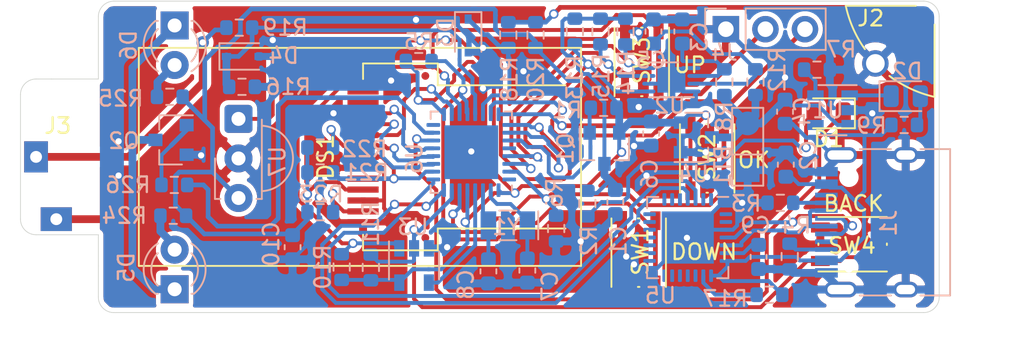
<source format=kicad_pcb>
(kicad_pcb (version 20171130) (host pcbnew "(5.1.10-1-10_14)")
  (layers (0 F.Cu signal) (31 B.Cu signal) (34 B.Paste user) (35 F.Paste user) (36 B.SilkS user) (37 F.SilkS user) (38 B.Mask user) (39 F.Mask user) (44 Edge.Cuts user))
  (net 0 "")
  (net 1 VDD)
  (net 2 GND)
  (net 3 +3V3)
  (net 4 USB_D-)
  (net 5 USB_D+)
  (net 6 VBUS)
  (net 7 +3.3_Periph)
  (net 8 PERIPH_POW)
  (net 9 I2C_SDA_BAT)
  (net 10 I2C_SCL_BAT)
  (net 11 CS_DISP)
  (net 12 RES_DISP)
  (net 13 DC_DISP)
  (net 14 SCL_DISP)
  (net 15 SDA_DISP)
  (net 16 TX_CP2102)
  (net 17 RX_CP2102)
  (net 18 "Net-(C3-Pad2)")
  (net 19 "Net-(C5-Pad2)")
  (net 20 "Net-(D1-Pad2)")
  (net 21 "Net-(DS1-Pad12)")
  (net 22 "Net-(Q2-Pad1)")
  (net 23 SWDIO)
  (net 24 SWCLK)
  (net 25 "Net-(C8-Pad1)")
  (net 26 "Net-(J1-PadA5)")
  (net 27 "Net-(J1-PadB5)")
  (net 28 "Net-(R7-Pad1)")
  (net 29 RES)
  (net 30 "Net-(J3-PadS)")
  (net 31 iBut_Emu)
  (net 32 iBut_RW)
  (net 33 "Net-(J2-PadS)")
  (net 34 LED)
  (net 35 BAT_ALRT)
  (net 36 IR_LED)
  (net 37 IR_REC)
  (net 38 BUT_DOWN)
  (net 39 BUT_BOOT)
  (net 40 BUT_UP)
  (net 41 BUT_BACK)
  (net 42 "Net-(C7-Pad1)")
  (net 43 "Net-(C9-Pad2)")
  (net 44 "Net-(D2-Pad2)")
  (net 45 "Net-(D2-Pad1)")
  (net 46 "Net-(D5-Pad2)")
  (net 47 "Net-(D5-Pad1)")
  (net 48 "Net-(D6-Pad2)")
  (net 49 "Net-(R17-Pad2)")
  (module Display:ST7735_160x80_0,96''_TOP (layer F.Cu) (at 194 111)
    (fp_text reference DS1 (at -2.4 0 90) (layer F.SilkS))
    (fp_text value ST7735_160x80_13pin_0,96")
    (pad "" smd circle (at 4 5.2) (size 0.5 0.5) (layers F.Cu F.Paste F.Mask))
    (pad "" smd circle (at 4 -5.2) (size 0.5 0.5) (layers F.Cu F.Paste F.Mask))
    (pad 13 smd rect (at 0 4.2) (size 2 0.4) (layers F.Cu F.Paste F.Mask) (net 2 GND))
    (pad 12 smd rect (at 0 3.5) (size 2 0.4) (layers F.Cu F.Paste F.Mask) (net 21 "Net-(DS1-Pad12)"))
    (pad 11 smd rect (at 0 2.8) (size 2 0.4) (layers F.Cu F.Paste F.Mask) (net 2 GND))
    (pad 10 smd rect (at 0 2.1) (size 2 0.4) (layers F.Cu F.Paste F.Mask) (net 7 +3.3_Periph))
    (pad 9 smd rect (at 0 1.4) (size 2 0.4) (layers F.Cu F.Paste F.Mask))
    (pad 8 smd rect (at 0 0.7) (size 2 0.4) (layers F.Cu F.Paste F.Mask) (net 2 GND))
    (pad 7 smd rect (at 0 0) (size 2 0.4) (layers F.Cu F.Paste F.Mask) (net 11 CS_DISP))
    (pad 6 smd rect (at 0 -0.7) (size 2 0.4) (layers F.Cu F.Paste F.Mask) (net 12 RES_DISP))
    (pad 5 smd rect (at 0 -1.4) (size 2 0.4) (layers F.Cu F.Paste F.Mask) (net 13 DC_DISP))
    (pad 4 smd rect (at 0 -2.1) (size 2 0.4) (layers F.Cu F.Paste F.Mask) (net 14 SCL_DISP))
    (pad 3 smd rect (at 0 -2.8) (size 2 0.4) (layers F.Cu F.Paste F.Mask) (net 15 SDA_DISP))
    (pad 2 smd rect (at 0 -3.5) (size 2 0.4) (layers F.Cu F.Paste F.Mask))
    (pad 1 smd rect (at 0 -4.2) (size 2 0.4) (layers F.Cu F.Paste F.Mask))
  )
  (module Package_TO_SOT_SMD:SOT-23 (layer B.Cu) (at 209.5 110.45 270)
    (fp_text reference Q1 (at 0 2.5 90) (layer B.SilkS) (effects (justify mirror)))
    (fp_text value AO3401A)
    (pad 3 smd rect (at 1 0 270) (size 0.9 0.8) (layers B.Cu B.Paste B.Mask) (net 7 +3.3_Periph))
    (pad 2 smd rect (at -1 -0.95 270) (size 0.9 0.8) (layers B.Cu B.Paste B.Mask) (net 3 +3V3))
    (pad 1 smd rect (at -1 0.95 270) (size 0.9 0.8) (layers B.Cu B.Paste B.Mask) (net 8 PERIPH_POW))
  )
  (module Resistor_SMD:R_0603_1608Metric (layer B.Cu) (at 209.45 107.85 180)
    (fp_text reference R1 (at 2.35 -0.15) (layer B.SilkS) (effects (justify mirror)))
    (fp_text value 10k)
    (pad 2 smd roundrect (at 0.825 0 180) (size 0.8 0.95) (layers B.Cu B.Paste B.Mask) (net 8 PERIPH_POW))
    (pad 1 smd roundrect (at -0.825 0 180) (size 0.8 0.95) (layers B.Cu B.Paste B.Mask) (net 3 +3V3))
  )
  (module Capacitor_SMD:C_0603_1608Metric (layer B.Cu) (at 189.475 116.8 90)
    (fp_text reference C10 (at 0.2 -1.375 270) (layer B.SilkS) (effects (justify mirror)))
    (fp_text value 1uf)
    (pad 2 smd roundrect (at 0.775 0 90) (size 0.9 0.95) (layers B.Cu B.Paste B.Mask) (net 7 +3.3_Periph))
    (pad 1 smd roundrect (at -0.775 0 90) (size 0.9 0.95) (layers B.Cu B.Paste B.Mask) (net 2 GND))
  )
  (module Crystal:Crystal_SMD_EuroQuartz_EQ161-2Pin_3.2x1.5mm (layer B.Cu) (at 203.3 115.4 180)
    (fp_text reference Y1 (at 0.1 -0.1) (layer B.SilkS) (effects (justify mirror)))
    (fp_text value FC-135)
    (pad 2 smd rect (at 1.25 0 180) (size 1 1.8) (layers B.Cu B.Paste B.Mask) (net 25 "Net-(C8-Pad1)"))
    (pad 1 smd rect (at -1.25 0 180) (size 1 1.8) (layers B.Cu B.Paste B.Mask) (net 42 "Net-(C7-Pad1)"))
  )
  (module Capacitor_SMD:C_0603_1608Metric (layer B.Cu) (at 202.05 118.35 270)
    (fp_text reference C8 (at 0.85 1.45 90) (layer B.SilkS) (effects (justify mirror)))
    (fp_text value 9pF)
    (pad 2 smd roundrect (at 0.775 0 270) (size 0.9 0.95) (layers B.Cu B.Paste B.Mask) (net 2 GND))
    (pad 1 smd roundrect (at -0.775 0 270) (size 0.9 0.95) (layers B.Cu B.Paste B.Mask) (net 25 "Net-(C8-Pad1)"))
  )
  (module Capacitor_SMD:C_0603_1608Metric (layer B.Cu) (at 204.55 118.3 270)
    (fp_text reference C7 (at 1 -1.45 90) (layer B.SilkS) (effects (justify mirror)))
    (fp_text value 9pF)
    (pad 2 smd roundrect (at 0.775 0 270) (size 0.9 0.95) (layers B.Cu B.Paste B.Mask) (net 2 GND))
    (pad 1 smd roundrect (at -0.775 0 270) (size 0.9 0.95) (layers B.Cu B.Paste B.Mask) (net 42 "Net-(C7-Pad1)"))
  )
  (module Capacitor_SMD:C_0603_1608Metric (layer B.Cu) (at 219.4 117.425 90)
    (fp_text reference C9 (at 2.025 -0.2 180) (layer B.SilkS) (effects (justify mirror)))
    (fp_text value 100nF)
    (pad 2 smd roundrect (at 0.775 0 90) (size 0.9 0.95) (layers B.Cu B.Paste B.Mask) (net 43 "Net-(C9-Pad2)"))
    (pad 1 smd roundrect (at -0.775 0 90) (size 0.9 0.95) (layers B.Cu B.Paste B.Mask) (net 2 GND))
  )
  (module Package_DFN_QFN:QFN-32-1EP_5x5mm_P0.5mm_EP3.45x3.45mm (layer B.Cu) (at 200.95 110.7 90)
    (fp_text reference U6 (at -0.4 -3.65 90) (layer B.SilkS) (effects (justify mirror)))
    (fp_text value STM32L051K6Ux)
    (pad 33 smd rect (at 0 0 90) (size 3.45 3.45) (layers B.Cu B.Mask) (net 2 GND))
    (pad 32 smd roundrect (at -1.75 2.4375 90) (size 0.25 0.875) (layers B.Cu B.Paste B.Mask))
    (pad 31 smd roundrect (at -1.25 2.4375 90) (size 0.25 0.875) (layers B.Cu B.Paste B.Mask) (net 39 BUT_BOOT))
    (pad 30 smd roundrect (at -0.75 2.4375 90) (size 0.25 0.875) (layers B.Cu B.Paste B.Mask) (net 9 I2C_SDA_BAT))
    (pad 29 smd roundrect (at -0.25 2.4375 90) (size 0.25 0.875) (layers B.Cu B.Paste B.Mask) (net 10 I2C_SCL_BAT))
    (pad 28 smd roundrect (at 0.25 2.4375 90) (size 0.25 0.875) (layers B.Cu B.Paste B.Mask))
    (pad 27 smd roundrect (at 0.75 2.4375 90) (size 0.25 0.875) (layers B.Cu B.Paste B.Mask) (net 8 PERIPH_POW))
    (pad 26 smd roundrect (at 1.25 2.4375 90) (size 0.25 0.875) (layers B.Cu B.Paste B.Mask) (net 35 BAT_ALRT))
    (pad 25 smd roundrect (at 1.75 2.4375 90) (size 0.25 0.875) (layers B.Cu B.Paste B.Mask) (net 37 IR_REC))
    (pad 24 smd roundrect (at 2.4375 1.75 90) (size 0.875 0.25) (layers B.Cu B.Paste B.Mask) (net 24 SWCLK))
    (pad 23 smd roundrect (at 2.4375 1.25 90) (size 0.875 0.25) (layers B.Cu B.Paste B.Mask) (net 23 SWDIO))
    (pad 22 smd roundrect (at 2.4375 0.75 90) (size 0.875 0.25) (layers B.Cu B.Paste B.Mask) (net 32 iBut_RW))
    (pad 21 smd roundrect (at 2.4375 0.25 90) (size 0.875 0.25) (layers B.Cu B.Paste B.Mask) (net 31 iBut_Emu))
    (pad 20 smd roundrect (at 2.4375 -0.25 90) (size 0.875 0.25) (layers B.Cu B.Paste B.Mask) (net 38 BUT_DOWN))
    (pad 19 smd roundrect (at 2.4375 -0.75 90) (size 0.875 0.25) (layers B.Cu B.Paste B.Mask) (net 40 BUT_UP))
    (pad 18 smd roundrect (at 2.4375 -1.25 90) (size 0.875 0.25) (layers B.Cu B.Paste B.Mask) (net 13 DC_DISP))
    (pad 17 smd roundrect (at 2.4375 -1.75 90) (size 0.875 0.25) (layers B.Cu B.Paste B.Mask) (net 3 +3V3))
    (pad 16 smd roundrect (at 1.75 -2.4375 90) (size 0.25 0.875) (layers B.Cu B.Paste B.Mask))
    (pad 15 smd roundrect (at 1.25 -2.4375 90) (size 0.25 0.875) (layers B.Cu B.Paste B.Mask) (net 36 IR_LED))
    (pad 14 smd roundrect (at 0.75 -2.4375 90) (size 0.25 0.875) (layers B.Cu B.Paste B.Mask) (net 34 LED))
    (pad 13 smd roundrect (at 0.25 -2.4375 90) (size 0.25 0.875) (layers B.Cu B.Paste B.Mask) (net 15 SDA_DISP))
    (pad 12 smd roundrect (at -0.25 -2.4375 90) (size 0.25 0.875) (layers B.Cu B.Paste B.Mask) (net 12 RES_DISP))
    (pad 11 smd roundrect (at -0.75 -2.4375 90) (size 0.25 0.875) (layers B.Cu B.Paste B.Mask) (net 14 SCL_DISP))
    (pad 10 smd roundrect (at -1.25 -2.4375 90) (size 0.25 0.875) (layers B.Cu B.Paste B.Mask) (net 11 CS_DISP))
    (pad 9 smd roundrect (at -1.75 -2.4375 90) (size 0.25 0.875) (layers B.Cu B.Paste B.Mask) (net 16 TX_CP2102))
    (pad 8 smd roundrect (at -2.4375 -1.75 90) (size 0.875 0.25) (layers B.Cu B.Paste B.Mask) (net 17 RX_CP2102))
    (pad 7 smd roundrect (at -2.4375 -1.25 90) (size 0.875 0.25) (layers B.Cu B.Paste B.Mask) (net 41 BUT_BACK))
    (pad 6 smd roundrect (at -2.4375 -0.75 90) (size 0.875 0.25) (layers B.Cu B.Paste B.Mask) (net 39 BUT_BOOT))
    (pad 5 smd roundrect (at -2.4375 -0.25 90) (size 0.875 0.25) (layers B.Cu B.Paste B.Mask) (net 3 +3V3))
    (pad 4 smd roundrect (at -2.4375 0.25 90) (size 0.875 0.25) (layers B.Cu B.Paste B.Mask) (net 29 RES))
    (pad 3 smd roundrect (at -2.4375 0.75 90) (size 0.875 0.25) (layers B.Cu B.Paste B.Mask) (net 25 "Net-(C8-Pad1)"))
    (pad 2 smd roundrect (at -2.4375 1.25 90) (size 0.875 0.25) (layers B.Cu B.Paste B.Mask) (net 42 "Net-(C7-Pad1)"))
    (pad 1 smd roundrect (at -2.4375 1.75 90) (size 0.875 0.25) (layers B.Cu B.Paste B.Mask) (net 3 +3V3))
  )
  (module Package_DFN_QFN:QFN-28-1EP_5x5mm_P0.5mm_EP3.35x3.35mm (layer B.Cu) (at 214.85 116.18 180)
    (fp_text reference U5 (at 1.75 -3.72) (layer B.SilkS) (effects (justify mirror)))
    (fp_text value CP2102N-A01-GQFN28)
    (pad 29 smd rect (at 0 0 180) (size 3.35 3.35) (layers B.Cu B.Mask) (net 2 GND))
    (pad 28 smd roundrect (at -1.5 2.45 180) (size 0.25 0.8) (layers B.Cu B.Paste B.Mask))
    (pad 27 smd roundrect (at -1 2.45 180) (size 0.25 0.8) (layers B.Cu B.Paste B.Mask))
    (pad 26 smd roundrect (at -0.5 2.45 180) (size 0.25 0.8) (layers B.Cu B.Paste B.Mask) (net 16 TX_CP2102))
    (pad 25 smd roundrect (at 0 2.45 180) (size 0.25 0.8) (layers B.Cu B.Paste B.Mask) (net 17 RX_CP2102))
    (pad 24 smd roundrect (at 0.5 2.45 180) (size 0.25 0.8) (layers B.Cu B.Paste B.Mask))
    (pad 23 smd roundrect (at 1 2.45 180) (size 0.25 0.8) (layers B.Cu B.Paste B.Mask))
    (pad 22 smd roundrect (at 1.5 2.45 180) (size 0.25 0.8) (layers B.Cu B.Paste B.Mask))
    (pad 21 smd roundrect (at 2.45 1.5 180) (size 0.8 0.25) (layers B.Cu B.Paste B.Mask))
    (pad 20 smd roundrect (at 2.45 1 180) (size 0.8 0.25) (layers B.Cu B.Paste B.Mask))
    (pad 19 smd roundrect (at 2.45 0.5 180) (size 0.8 0.25) (layers B.Cu B.Paste B.Mask))
    (pad 18 smd roundrect (at 2.45 0 180) (size 0.8 0.25) (layers B.Cu B.Paste B.Mask))
    (pad 17 smd roundrect (at 2.45 -0.5 180) (size 0.8 0.25) (layers B.Cu B.Paste B.Mask))
    (pad 16 smd roundrect (at 2.45 -1 180) (size 0.8 0.25) (layers B.Cu B.Paste B.Mask))
    (pad 15 smd roundrect (at 2.45 -1.5 180) (size 0.8 0.25) (layers B.Cu B.Paste B.Mask))
    (pad 14 smd roundrect (at 1.5 -2.45 180) (size 0.25 0.8) (layers B.Cu B.Paste B.Mask))
    (pad 13 smd roundrect (at 1 -2.45 180) (size 0.25 0.8) (layers B.Cu B.Paste B.Mask))
    (pad 12 smd roundrect (at 0.5 -2.45 180) (size 0.25 0.8) (layers B.Cu B.Paste B.Mask))
    (pad 11 smd roundrect (at 0 -2.45 180) (size 0.25 0.8) (layers B.Cu B.Paste B.Mask))
    (pad 10 smd roundrect (at -0.5 -2.45 180) (size 0.25 0.8) (layers B.Cu B.Paste B.Mask))
    (pad 9 smd roundrect (at -1 -2.45 180) (size 0.25 0.8) (layers B.Cu B.Paste B.Mask) (net 49 "Net-(R17-Pad2)"))
    (pad 8 smd roundrect (at -1.5 -2.45 180) (size 0.25 0.8) (layers B.Cu B.Paste B.Mask) (net 6 VBUS))
    (pad 7 smd roundrect (at -2.45 -1.5 180) (size 0.8 0.25) (layers B.Cu B.Paste B.Mask) (net 6 VBUS))
    (pad 6 smd roundrect (at -2.45 -1 180) (size 0.8 0.25) (layers B.Cu B.Paste B.Mask) (net 43 "Net-(C9-Pad2)"))
    (pad 5 smd roundrect (at -2.45 -0.5 180) (size 0.8 0.25) (layers B.Cu B.Paste B.Mask) (net 4 USB_D-))
    (pad 4 smd roundrect (at -2.45 0 180) (size 0.8 0.25) (layers B.Cu B.Paste B.Mask) (net 5 USB_D+))
    (pad 3 smd roundrect (at -2.45 0.5 180) (size 0.8 0.25) (layers B.Cu B.Paste B.Mask) (net 2 GND))
    (pad 2 smd roundrect (at -2.45 1 180) (size 0.8 0.25) (layers B.Cu B.Paste B.Mask))
    (pad 1 smd roundrect (at -2.45 1.5 180) (size 0.8 0.25) (layers B.Cu B.Paste B.Mask))
  )
  (module Package_TO_SOT_SMD:SOT-23 (layer B.Cu) (at 215.4 109.75)
    (fp_text reference U4 (at -0.2 2.35) (layer B.SilkS) (effects (justify mirror)))
    (fp_text value XC6206P332MR)
    (pad 3 smd rect (at 1 0) (size 0.9 0.8) (layers B.Cu B.Paste B.Mask) (net 1 VDD))
    (pad 2 smd rect (at -1 -0.95) (size 0.9 0.8) (layers B.Cu B.Paste B.Mask) (net 3 +3V3))
    (pad 1 smd rect (at -1 0.95) (size 0.9 0.8) (layers B.Cu B.Paste B.Mask) (net 2 GND))
  )
  (module Package_TO_SOT_SMD:SOT-23-5 (layer B.Cu) (at 197.275 117.975 270)
    (fp_text reference U3 (at -2.475 0.075 180) (layer B.SilkS) (effects (justify mirror)))
    (fp_text value 74LVC1G32)
    (pad 5 smd rect (at 1.1 0.95 270) (size 1.06 0.65) (layers B.Cu B.Paste B.Mask) (net 3 +3V3))
    (pad 4 smd rect (at 1.1 -0.95 270) (size 1.06 0.65) (layers B.Cu B.Paste B.Mask) (net 29 RES))
    (pad 3 smd rect (at -1.1 -0.95 270) (size 1.06 0.65) (layers B.Cu B.Paste B.Mask) (net 2 GND))
    (pad 2 smd rect (at -1.1 0 270) (size 1.06 0.65) (layers B.Cu B.Paste B.Mask) (net 41 BUT_BACK))
    (pad 1 smd rect (at -1.1 0.95 270) (size 1.06 0.65) (layers B.Cu B.Paste B.Mask) (net 40 BUT_UP))
  )
  (module Package_DFN_QFN:TDFN-8-1EP_3x2mm_P0.5mm_EP1.80x1.65mm (layer B.Cu) (at 213.8 106.05 180)
    (fp_text reference U2 (at 0.1 -1.65) (layer B.SilkS) (effects (justify mirror)))
    (fp_text value MAX17043)
    (pad 9 smd rect (at 0 0 180) (size 1.8 1.65) (layers B.Cu B.Mask) (net 2 GND))
    (pad 5 smd oval (at 1.45 -0.75 180) (size 0.85 0.25) (layers B.Cu B.Paste B.Mask) (net 35 BAT_ALRT))
    (pad 6 smd oval (at 1.45 -0.25 180) (size 0.85 0.25) (layers B.Cu B.Paste B.Mask) (net 2 GND))
    (pad 7 smd oval (at 1.45 0.25 180) (size 0.85 0.25) (layers B.Cu B.Paste B.Mask) (net 10 I2C_SCL_BAT))
    (pad 8 smd oval (at 1.45 0.75 180) (size 0.85 0.25) (layers B.Cu B.Paste B.Mask) (net 9 I2C_SDA_BAT))
    (pad 4 smd oval (at -1.45 -0.75 180) (size 0.85 0.25) (layers B.Cu B.Paste B.Mask) (net 2 GND))
    (pad 3 smd oval (at -1.45 -0.25 180) (size 0.85 0.25) (layers B.Cu B.Paste B.Mask) (net 19 "Net-(C5-Pad2)"))
    (pad 2 smd oval (at -1.45 0.25 180) (size 0.85 0.25) (layers B.Cu B.Paste B.Mask) (net 18 "Net-(C3-Pad2)"))
    (pad 1 smd oval (at -1.45 0.75 180) (size 0.85 0.25) (layers B.Cu B.Paste B.Mask) (net 2 GND))
  )
  (module Package_TO_SOT_SMD:SOT-23-5 (layer B.Cu) (at 224.15 108 180)
    (fp_text reference U1 (at 0.3 0) (layer B.SilkS) (effects (justify mirror)))
    (fp_text value MCP73831-2-OT)
    (pad 5 smd rect (at 1.1 0.95 180) (size 1.06 0.65) (layers B.Cu B.Paste B.Mask) (net 28 "Net-(R7-Pad1)"))
    (pad 4 smd rect (at 1.1 -0.95 180) (size 1.06 0.65) (layers B.Cu B.Paste B.Mask) (net 6 VBUS))
    (pad 3 smd rect (at -1.1 -0.95 180) (size 1.06 0.65) (layers B.Cu B.Paste B.Mask) (net 1 VDD))
    (pad 2 smd rect (at -1.1 0 180) (size 1.06 0.65) (layers B.Cu B.Paste B.Mask) (net 2 GND))
    (pad 1 smd rect (at -1.1 0.95 180) (size 1.06 0.65) (layers B.Cu B.Paste B.Mask) (net 45 "Net-(D2-Pad1)"))
  )
  (module Resistor_SMD:R_0603_1608Metric (layer B.Cu) (at 203.325 103.175 270)
    (fp_text reference R18 (at 2.825 -0.075 90) (layer B.SilkS) (effects (justify mirror)))
    (fp_text value 100)
    (pad 2 smd roundrect (at 0.825 0 270) (size 0.8 0.95) (layers B.Cu B.Paste B.Mask) (net 32 iBut_RW))
    (pad 1 smd roundrect (at -0.825 0 270) (size 0.8 0.95) (layers B.Cu B.Paste B.Mask) (net 33 "Net-(J2-PadS)"))
  )
  (module Resistor_SMD:R_0603_1608Metric (layer B.Cu) (at 191.25 114.55)
    (fp_text reference R23 (at 0.05 -1.15) (layer B.SilkS) (effects (justify mirror)))
    (fp_text value 150)
    (pad 2 smd roundrect (at 0.825 0) (size 0.8 0.95) (layers B.Cu B.Paste B.Mask) (net 21 "Net-(DS1-Pad12)"))
    (pad 1 smd roundrect (at -0.825 0) (size 0.8 0.95) (layers B.Cu B.Paste B.Mask) (net 7 +3.3_Periph))
  )
  (module Resistor_SMD:R_0603_1608Metric (layer B.Cu) (at 191.25 110.4)
    (fp_text reference R22 (at 2.85 0.1) (layer B.SilkS) (effects (justify mirror)))
    (fp_text value 10k)
    (pad 2 smd roundrect (at 0.825 0) (size 0.8 0.95) (layers B.Cu B.Paste B.Mask) (net 12 RES_DISP))
    (pad 1 smd roundrect (at -0.825 0) (size 0.8 0.95) (layers B.Cu B.Paste B.Mask) (net 7 +3.3_Periph))
  )
  (module Resistor_SMD:R_0603_1608Metric (layer B.Cu) (at 191.25 112)
    (fp_text reference R21 (at 2.95 0) (layer B.SilkS) (effects (justify mirror)))
    (fp_text value 10k)
    (pad 2 smd roundrect (at 0.825 0) (size 0.8 0.95) (layers B.Cu B.Paste B.Mask) (net 11 CS_DISP))
    (pad 1 smd roundrect (at -0.825 0) (size 0.8 0.95) (layers B.Cu B.Paste B.Mask) (net 7 +3.3_Periph))
  )
  (module Resistor_SMD:R_0603_1608Metric (layer B.Cu) (at 205.075 103.175 90)
    (fp_text reference R20 (at -2.825 0.025 90) (layer B.SilkS) (effects (justify mirror)))
    (fp_text value 4,7k)
    (pad 2 smd roundrect (at 0.825 0 90) (size 0.8 0.95) (layers B.Cu B.Paste B.Mask) (net 33 "Net-(J2-PadS)"))
    (pad 1 smd roundrect (at -0.825 0 90) (size 0.8 0.95) (layers B.Cu B.Paste B.Mask) (net 7 +3.3_Periph))
  )
  (module Resistor_SMD:R_0603_1608Metric (layer B.Cu) (at 220.1 119.85 180)
    (fp_text reference R17 (at 2.85 -0.25) (layer B.SilkS) (effects (justify mirror)))
    (fp_text value 4,7k)
    (pad 2 smd roundrect (at 0.825 0 180) (size 0.8 0.95) (layers B.Cu B.Paste B.Mask) (net 49 "Net-(R17-Pad2)"))
    (pad 1 smd roundrect (at -0.825 0 180) (size 0.8 0.95) (layers B.Cu B.Paste B.Mask) (net 6 VBUS))
  )
  (module Resistor_SMD:R_0603_1608Metric (layer B.Cu) (at 209.25 102.95 270)
    (fp_text reference R15 (at 2.85 -0.05 90) (layer B.SilkS) (effects (justify mirror)))
    (fp_text value 4,7k)
    (pad 2 smd roundrect (at 0.825 0 270) (size 0.8 0.95) (layers B.Cu B.Paste B.Mask) (net 10 I2C_SCL_BAT))
    (pad 1 smd roundrect (at -0.825 0 270) (size 0.8 0.95) (layers B.Cu B.Paste B.Mask) (net 3 +3V3))
  )
  (module Resistor_SMD:R_0603_1608Metric (layer B.Cu) (at 210.85 102.95 270)
    (fp_text reference R14 (at 2.65 -0.05 90) (layer B.SilkS) (effects (justify mirror)))
    (fp_text value 4,7k)
    (pad 2 smd roundrect (at 0.825 0 270) (size 0.8 0.95) (layers B.Cu B.Paste B.Mask) (net 9 I2C_SDA_BAT))
    (pad 1 smd roundrect (at -0.825 0 270) (size 0.8 0.95) (layers B.Cu B.Paste B.Mask) (net 3 +3V3))
  )
  (module Resistor_SMD:R_0603_1608Metric (layer B.Cu) (at 207.6 102.95 270)
    (fp_text reference R13 (at 2.95 0 90) (layer B.SilkS) (effects (justify mirror)))
    (fp_text value 4,7k)
    (pad 2 smd roundrect (at 0.825 0 270) (size 0.8 0.95) (layers B.Cu B.Paste B.Mask) (net 35 BAT_ALRT))
    (pad 1 smd roundrect (at -0.825 0 270) (size 0.8 0.95) (layers B.Cu B.Paste B.Mask) (net 3 +3V3))
  )
  (module Resistor_SMD:R_0603_1608Metric (layer B.Cu) (at 219.2 106.2 90)
    (fp_text reference R12 (at 0.8 1.4 90) (layer B.SilkS) (effects (justify mirror)))
    (fp_text value 150)
    (pad 2 smd roundrect (at 0.825 0 90) (size 0.8 0.95) (layers B.Cu B.Paste B.Mask) (net 19 "Net-(C5-Pad2)"))
    (pad 1 smd roundrect (at -0.825 0 90) (size 0.8 0.95) (layers B.Cu B.Paste B.Mask) (net 1 VDD))
  )
  (module Resistor_SMD:R_0603_1608Metric (layer B.Cu) (at 194.5 118.1 270)
    (fp_text reference R11 (at -2.8 0 90) (layer B.SilkS) (effects (justify mirror)))
    (fp_text value 10k)
    (pad 2 smd roundrect (at 0.825 0 270) (size 0.8 0.95) (layers B.Cu B.Paste B.Mask) (net 3 +3V3))
    (pad 1 smd roundrect (at -0.825 0 270) (size 0.8 0.95) (layers B.Cu B.Paste B.Mask) (net 41 BUT_BACK))
  )
  (module Resistor_SMD:R_0603_1608Metric (layer B.Cu) (at 192.625 118.075 270)
    (fp_text reference R10 (at 0 1.225 90) (layer B.SilkS) (effects (justify mirror)))
    (fp_text value 10k)
    (pad 2 smd roundrect (at 0.825 0 270) (size 0.8 0.95) (layers B.Cu B.Paste B.Mask) (net 3 +3V3))
    (pad 1 smd roundrect (at -0.825 0 270) (size 0.8 0.95) (layers B.Cu B.Paste B.Mask) (net 40 BUT_UP))
  )
  (module Resistor_SMD:R_0603_1608Metric (layer B.Cu) (at 228.75 108.95)
    (fp_text reference R9 (at -2.1 0.05) (layer B.SilkS) (effects (justify mirror)))
    (fp_text value 470)
    (pad 2 smd roundrect (at 0.825 0) (size 0.8 0.95) (layers B.Cu B.Paste B.Mask) (net 44 "Net-(D2-Pad2)"))
    (pad 1 smd roundrect (at -0.825 0) (size 0.8 0.95) (layers B.Cu B.Paste B.Mask) (net 6 VBUS))
  )
  (module Resistor_SMD:R_0603_1608Metric (layer B.Cu) (at 217.2 106.2 90)
    (fp_text reference R8 (at -2.2 0 90) (layer B.SilkS) (effects (justify mirror)))
    (fp_text value 1k)
    (pad 2 smd roundrect (at 0.825 0 90) (size 0.8 0.95) (layers B.Cu B.Paste B.Mask) (net 18 "Net-(C3-Pad2)"))
    (pad 1 smd roundrect (at -0.825 0 90) (size 0.8 0.95) (layers B.Cu B.Paste B.Mask) (net 1 VDD))
  )
  (module Resistor_SMD:R_0603_1608Metric (layer B.Cu) (at 223.15 105.4)
    (fp_text reference R7 (at 1.55 -1.3) (layer B.SilkS) (effects (justify mirror)))
    (fp_text value 8,2k)
    (pad 2 smd roundrect (at 0.825 0) (size 0.8 0.95) (layers B.Cu B.Paste B.Mask) (net 2 GND))
    (pad 1 smd roundrect (at -0.825 0) (size 0.8 0.95) (layers B.Cu B.Paste B.Mask) (net 28 "Net-(R7-Pad1)"))
  )
  (module Resistor_SMD:R_0603_1608Metric (layer B.Cu) (at 221.4 117.4 90)
    (fp_text reference R4 (at 2 0.4) (layer B.SilkS) (effects (justify mirror)))
    (fp_text value 5,1k)
    (pad 2 smd roundrect (at 0.825 0 90) (size 0.8 0.95) (layers B.Cu B.Paste B.Mask) (net 27 "Net-(J1-PadB5)"))
    (pad 1 smd roundrect (at -0.825 0 90) (size 0.8 0.95) (layers B.Cu B.Paste B.Mask) (net 2 GND))
  )
  (module Resistor_SMD:R_0603_1608Metric (layer B.Cu) (at 220.8 113.95 180)
    (fp_text reference R3 (at 2.2 -0.05) (layer B.SilkS) (effects (justify mirror)))
    (fp_text value 5,1k)
    (pad 2 smd roundrect (at 0.825 0 180) (size 0.8 0.95) (layers B.Cu B.Paste B.Mask) (net 2 GND))
    (pad 1 smd roundrect (at -0.825 0 180) (size 0.8 0.95) (layers B.Cu B.Paste B.Mask) (net 26 "Net-(J1-PadA5)"))
  )
  (module Resistor_SMD:R_0603_1608Metric (layer B.Cu) (at 206.4 115.6 90)
    (fp_text reference R6 (at 2.3 -0.1 90) (layer B.SilkS) (effects (justify mirror)))
    (fp_text value 10k)
    (pad 2 smd roundrect (at 0.825 0 90) (size 0.8 0.95) (layers B.Cu B.Paste B.Mask) (net 39 BUT_BOOT))
    (pad 1 smd roundrect (at -0.825 0 90) (size 0.8 0.95) (layers B.Cu B.Paste B.Mask) (net 2 GND))
  )
  (module Resistor_SMD:R_0603_1608Metric (layer B.Cu) (at 197.575 104.85 180)
    (fp_text reference R5 (at -0.025 1.25) (layer B.SilkS) (effects (justify mirror)))
    (fp_text value 10k)
    (pad 2 smd roundrect (at 0.825 0 180) (size 0.8 0.95) (layers B.Cu B.Paste B.Mask) (net 3 +3V3))
    (pad 1 smd roundrect (at -0.825 0 180) (size 0.8 0.95) (layers B.Cu B.Paste B.Mask) (net 38 BUT_DOWN))
  )
  (module Resistor_SMD:R_0603_1608Metric (layer B.Cu) (at 208.4 114 270)
    (fp_text reference R2 (at 2.4 -0.1 90) (layer B.SilkS) (effects (justify mirror)))
    (fp_text value 1k)
    (pad 2 smd roundrect (at 0.825 0 270) (size 0.8 0.95) (layers B.Cu B.Paste B.Mask) (net 20 "Net-(D1-Pad2)"))
    (pad 1 smd roundrect (at -0.825 0 270) (size 0.8 0.95) (layers B.Cu B.Paste B.Mask) (net 7 +3.3_Periph))
  )
  (module Diode_SMD:D_SOD-323 (layer B.Cu) (at 200.75 103.2 270)
    (fp_text reference D3 (at -0.2 1.45 90) (layer B.SilkS) (effects (justify mirror)))
    (fp_text value PESD5V0L1BA)
    (pad 2 smd rect (at 1.05 0 270) (size 0.6 0.45) (layers B.Cu B.Paste B.Mask) (net 2 GND))
    (pad 1 smd rect (at -1.05 0 270) (size 0.6 0.45) (layers B.Cu B.Paste B.Mask) (net 32 iBut_RW))
  )
  (module LED_SMD:LED_0805_2012Metric (layer B.Cu) (at 228.85 107.1)
    (fp_text reference D2 (at 0.1 -1.6) (layer B.SilkS) (effects (justify mirror)))
    (fp_text value LED)
    (pad 2 smd roundrect (at 0.9375 0) (size 0.975 1.4) (layers B.Cu B.Paste B.Mask) (net 44 "Net-(D2-Pad2)"))
    (pad 1 smd roundrect (at -0.9375 0) (size 0.975 1.4) (layers B.Cu B.Paste B.Mask) (net 45 "Net-(D2-Pad1)"))
  )
  (module Capacitor_SMD:C_0603_1608Metric (layer B.Cu) (at 212.5 109.5 90)
    (fp_text reference C6 (at -2.6 -0.1 90) (layer B.SilkS) (effects (justify mirror)))
    (fp_text value 4,7uf)
    (pad 2 smd roundrect (at 0.775 0 90) (size 0.9 0.95) (layers B.Cu B.Paste B.Mask) (net 3 +3V3))
    (pad 1 smd roundrect (at -0.775 0 90) (size 0.9 0.95) (layers B.Cu B.Paste B.Mask) (net 2 GND))
  )
  (module Capacitor_SMD:C_0603_1608Metric (layer B.Cu) (at 212.65 102.95 270)
    (fp_text reference C5 (at 1.85 0.15) (layer B.SilkS) (effects (justify mirror)))
    (fp_text value 10nF)
    (pad 2 smd roundrect (at 0.775 0 270) (size 0.9 0.95) (layers B.Cu B.Paste B.Mask) (net 19 "Net-(C5-Pad2)"))
    (pad 1 smd roundrect (at -0.775 0 270) (size 0.9 0.95) (layers B.Cu B.Paste B.Mask) (net 2 GND))
  )
  (module Capacitor_SMD:C_0603_1608Metric (layer B.Cu) (at 221.1 108.1 90)
    (fp_text reference C4 (at 0 1.1 90) (layer B.SilkS) (effects (justify mirror)))
    (fp_text value 4,7uf)
    (pad 2 smd roundrect (at 0.775 0 90) (size 0.9 0.95) (layers B.Cu B.Paste B.Mask) (net 1 VDD))
    (pad 1 smd roundrect (at -0.775 0 90) (size 0.9 0.95) (layers B.Cu B.Paste B.Mask) (net 2 GND))
  )
  (module Capacitor_SMD:C_0603_1608Metric (layer B.Cu) (at 214.5 102.95 270)
    (fp_text reference C3 (at 0.35 -1.1 90) (layer B.SilkS) (effects (justify mirror)))
    (fp_text value 1uf)
    (pad 2 smd roundrect (at 0.775 0 270) (size 0.9 0.95) (layers B.Cu B.Paste B.Mask) (net 18 "Net-(C3-Pad2)"))
    (pad 1 smd roundrect (at -0.775 0 270) (size 0.9 0.95) (layers B.Cu B.Paste B.Mask) (net 2 GND))
  )
  (module Capacitor_SMD:C_0603_1608Metric (layer B.Cu) (at 221.15 111.5 270)
    (fp_text reference C2 (at -0.6 -1.45 90) (layer B.SilkS) (effects (justify mirror)))
    (fp_text value 4,7uf)
    (pad 2 smd roundrect (at 0.775 0 270) (size 0.9 0.95) (layers B.Cu B.Paste B.Mask) (net 6 VBUS))
    (pad 1 smd roundrect (at -0.775 0 270) (size 0.9 0.95) (layers B.Cu B.Paste B.Mask) (net 2 GND))
  )
  (module Capacitor_SMD:C_0603_1608Metric (layer B.Cu) (at 210.2 113.9 270)
    (fp_text reference C1 (at 2.5 -0.2 90) (layer B.SilkS) (effects (justify mirror)))
    (fp_text value 1uf)
    (pad 2 smd roundrect (at 0.775 0 270) (size 0.9 0.95) (layers B.Cu B.Paste B.Mask) (net 2 GND))
    (pad 1 smd roundrect (at -0.775 0 270) (size 0.9 0.95) (layers B.Cu B.Paste B.Mask) (net 7 +3.3_Periph))
  )
  (module Battery:Battery_smd (layer B.Cu) (at 218.8 110.25 90)
    (fp_text reference BT1 (at -1.35 -1.7 270) (layer B.SilkS) (effects (justify mirror)))
    (fp_text value "li-ion 4.2v")
    (pad 1 smd circle (at 1.4 -0.1) (size 1.524 1.524) (layers B.Cu B.Paste B.Mask) (net 1 VDD))
    (pad 2 smd rect (at -1.6 -0.1) (size 1.524 1.524) (layers B.Cu B.Paste B.Mask) (net 2 GND))
  )
  (module Connector_iButton:iButton_female (layer F.Cu) (at 229.1 102.8)
    (fp_text reference J2 (at -2.5 -0.7) (layer F.SilkS))
    (fp_text value iButton_female)
    (pad S smd circle (at 0 0.1) (size 2.7 2.7) (layers F.Cu F.Paste F.Mask) (net 33 "Net-(J2-PadS)"))
    (pad G thru_hole circle (at -2.2 2.2) (size 1.7 1.7) (drill 1.2) (layers *.Cu *.Mask) (net 2 GND))
  )
  (module Connector_USB:USB_C_Receptacle_HRO_TYPE-C-31-M-12 (layer B.Cu) (at 227.8 115.2 270)
    (fp_text reference J1 (at 0.05 0.05 90) (layer B.SilkS) (effects (justify mirror)))
    (fp_text value USB_C_Receptacle_USB2.0)
    (pad B1 smd rect (at 3.25 4.045 270) (size 0.6 1.45) (layers B.Cu B.Paste B.Mask) (net 2 GND))
    (pad A9 smd rect (at 2.45 4.045 270) (size 0.6 1.45) (layers B.Cu B.Paste B.Mask) (net 6 VBUS))
    (pad B9 smd rect (at -2.45 4.045 270) (size 0.6 1.45) (layers B.Cu B.Paste B.Mask) (net 6 VBUS))
    (pad B12 smd rect (at -3.25 4.045 270) (size 0.6 1.45) (layers B.Cu B.Paste B.Mask) (net 2 GND))
    (pad A1 smd rect (at -3.25 4.045 270) (size 0.6 1.45) (layers B.Cu B.Paste B.Mask) (net 2 GND))
    (pad A4 smd rect (at -2.45 4.045 270) (size 0.6 1.45) (layers B.Cu B.Paste B.Mask) (net 6 VBUS))
    (pad B4 smd rect (at 2.45 4.045 270) (size 0.6 1.45) (layers B.Cu B.Paste B.Mask) (net 6 VBUS))
    (pad A12 smd rect (at 3.25 4.045 270) (size 0.6 1.45) (layers B.Cu B.Paste B.Mask) (net 2 GND))
    (pad B8 smd rect (at -1.75 4.045 270) (size 0.3 1.45) (layers B.Cu B.Paste B.Mask))
    (pad A5 smd rect (at -1.25 4.045 270) (size 0.3 1.45) (layers B.Cu B.Paste B.Mask) (net 26 "Net-(J1-PadA5)"))
    (pad B7 smd rect (at -0.75 4.045 270) (size 0.3 1.45) (layers B.Cu B.Paste B.Mask) (net 4 USB_D-))
    (pad A7 smd rect (at 0.25 4.045 270) (size 0.3 1.45) (layers B.Cu B.Paste B.Mask) (net 4 USB_D-))
    (pad B6 smd rect (at 0.75 4.045 270) (size 0.3 1.45) (layers B.Cu B.Paste B.Mask) (net 5 USB_D+))
    (pad A8 smd rect (at 1.25 4.045 270) (size 0.3 1.45) (layers B.Cu B.Paste B.Mask))
    (pad B5 smd rect (at 1.75 4.045 270) (size 0.3 1.45) (layers B.Cu B.Paste B.Mask) (net 27 "Net-(J1-PadB5)"))
    (pad A6 smd rect (at -0.25 4.045 270) (size 0.3 1.45) (layers B.Cu B.Paste B.Mask) (net 5 USB_D+))
    (pad S1 thru_hole oval (at 4.32 3.13 270) (size 1 2.1) (drill oval 0.6 1.7) (layers *.Cu *.Mask) (net 2 GND))
    (pad S1 thru_hole oval (at -4.32 3.13 270) (size 1 2.1) (drill oval 0.6 1.7) (layers *.Cu *.Mask) (net 2 GND))
    (pad "" np_thru_hole circle (at -2.89 2.6 270) (size 0.65 0.65) (drill 0.65) (layers *.Cu *.Mask))
    (pad S1 thru_hole oval (at -4.32 -1.05 270) (size 1 1.6) (drill oval 0.6 1.2) (layers *.Cu *.Mask) (net 2 GND))
    (pad "" np_thru_hole circle (at 2.89 2.6 270) (size 0.65 0.65) (drill 0.65) (layers *.Cu *.Mask))
    (pad S1 thru_hole oval (at 4.32 -1.05 270) (size 1 1.6) (drill oval 0.6 1.2) (layers *.Cu *.Mask) (net 2 GND))
  )
  (module Button_Switch_SMD:SW_Push_1P1T_NO_Vertical_Wuerth_434133025816 (layer F.Cu) (at 211.7 117.15 90)
    (fp_text reference SW1 (at 0.05 0.1 90) (layer F.SilkS))
    (fp_text value SW_Push)
    (pad 2 smd rect (at 2.05 1.075 90) (size 1.2 0.65) (layers F.Cu F.Paste F.Mask) (net 38 BUT_DOWN))
    (pad 1 smd rect (at 2.075 -1.075 90) (size 1.2 0.65) (layers F.Cu F.Paste F.Mask) (net 2 GND))
    (pad 2 smd rect (at -2.075 1.075 90) (size 1.2 0.65) (layers F.Cu F.Paste F.Mask) (net 38 BUT_DOWN))
    (pad 1 smd rect (at -2.075 -1.075 90) (size 1.2 0.65) (layers F.Cu F.Paste F.Mask) (net 2 GND))
  )
  (module Button_Switch_SMD:SW_Push_1P1T_NO_Vertical_Wuerth_434133025816 (layer F.Cu) (at 225.44 116.61)
    (fp_text reference SW4 (at -0.04 0.09) (layer F.SilkS))
    (fp_text value SW_Push)
    (pad 2 smd rect (at 2.05 1.075) (size 1.2 0.65) (layers F.Cu F.Paste F.Mask) (net 41 BUT_BACK))
    (pad 1 smd rect (at 2.075 -1.075) (size 1.2 0.65) (layers F.Cu F.Paste F.Mask) (net 2 GND))
    (pad 2 smd rect (at -2.075 1.075) (size 1.2 0.65) (layers F.Cu F.Paste F.Mask) (net 41 BUT_BACK))
    (pad 1 smd rect (at -2.075 -1.075) (size 1.2 0.65) (layers F.Cu F.Paste F.Mask) (net 2 GND))
  )
  (module Button_Switch_SMD:SW_Push_1P1T_NO_Vertical_Wuerth_434133025816 (layer F.Cu) (at 211.9 104.9 90)
    (fp_text reference SW3 (at 0.1 0 90) (layer F.SilkS))
    (fp_text value SW_Push)
    (pad 2 smd rect (at 2.05 1.075 90) (size 1.2 0.65) (layers F.Cu F.Paste F.Mask) (net 40 BUT_UP))
    (pad 1 smd rect (at 2.075 -1.075 90) (size 1.2 0.65) (layers F.Cu F.Paste F.Mask) (net 2 GND))
    (pad 2 smd rect (at -2.075 1.075 90) (size 1.2 0.65) (layers F.Cu F.Paste F.Mask) (net 40 BUT_UP))
    (pad 1 smd rect (at -2.075 -1.075 90) (size 1.2 0.65) (layers F.Cu F.Paste F.Mask) (net 2 GND))
  )
  (module Button_Switch_SMD:SW_Push_1P1T_NO_Vertical_Wuerth_434133025816 (layer F.Cu) (at 216.1 111.1 90)
    (fp_text reference SW2 (at 0.1 0 90) (layer F.SilkS))
    (fp_text value SW_Push)
    (pad 2 smd rect (at 2.05 1.075 90) (size 1.2 0.65) (layers F.Cu F.Paste F.Mask) (net 39 BUT_BOOT))
    (pad 1 smd rect (at 2.075 -1.075 90) (size 1.2 0.65) (layers F.Cu F.Paste F.Mask) (net 3 +3V3))
    (pad 2 smd rect (at -2.075 1.075 90) (size 1.2 0.65) (layers F.Cu F.Paste F.Mask) (net 39 BUT_BOOT))
    (pad 1 smd rect (at -2.075 -1.075 90) (size 1.2 0.65) (layers F.Cu F.Paste F.Mask) (net 3 +3V3))
  )
  (module Resistor_SMD:R_0603_1608Metric (layer B.Cu) (at 186.05 102.7)
    (fp_text reference R19 (at 2.95 0) (layer B.SilkS) (effects (justify mirror)))
    (fp_text value 100)
    (pad 2 smd roundrect (at 0.825 0) (size 0.8 0.95) (layers B.Cu B.Paste B.Mask) (net 31 iBut_Emu))
    (pad 1 smd roundrect (at -0.825 0) (size 0.8 0.95) (layers B.Cu B.Paste B.Mask) (net 30 "Net-(J3-PadS)"))
  )
  (module Resistor_SMD:R_0603_1608Metric (layer B.Cu) (at 186.225 106.5)
    (fp_text reference R16 (at 2.975 0) (layer B.SilkS) (effects (justify mirror)))
    (fp_text value 100k)
    (pad 2 smd roundrect (at 0.825 0) (size 0.8 0.95) (layers B.Cu B.Paste B.Mask) (net 2 GND))
    (pad 1 smd roundrect (at -0.825 0) (size 0.8 0.95) (layers B.Cu B.Paste B.Mask) (net 31 iBut_Emu))
  )
  (module Diode_SMD:D_SOD-323 (layer B.Cu) (at 186.275 104.55)
    (fp_text reference D4 (at 2.625 -0.05) (layer B.SilkS) (effects (justify mirror)))
    (fp_text value PESD5V0L1BA)
    (pad 2 smd rect (at 1.05 0) (size 0.6 0.45) (layers B.Cu B.Paste B.Mask) (net 2 GND))
    (pad 1 smd rect (at -1.05 0) (size 0.6 0.45) (layers B.Cu B.Paste B.Mask) (net 31 iBut_Emu))
  )
  (module LED_SMD:LED_0805_2012Metric (layer F.Cu) (at 223.9 108.2 180)
    (fp_text reference D1 (at 0 -1.65) (layer F.SilkS))
    (fp_text value LED)
    (pad 2 smd roundrect (at 0.9375 0 180) (size 0.975 1.4) (layers F.Cu F.Paste F.Mask) (net 20 "Net-(D1-Pad2)"))
    (pad 1 smd roundrect (at -0.9375 0 180) (size 0.975 1.4) (layers F.Cu F.Paste F.Mask) (net 34 LED))
  )
  (module Connector_PinHeader_2.54mm:PinHeader_1x03_P2.54mm_Vertical (layer B.Cu) (at 217.3 102.8 270)
    (fp_text reference J4 (at 1.5 0.1) (layer B.SilkS) (effects (justify mirror)))
    (fp_text value Conn_SWD)
    (pad 3 thru_hole oval (at 0 -5.08 270) (size 1.7 1.7) (drill 1) (layers *.Cu *.Mask) (net 23 SWDIO))
    (pad 2 thru_hole oval (at 0 -2.54 270) (size 1.7 1.7) (drill 1) (layers *.Cu *.Mask) (net 24 SWCLK))
    (pad 1 thru_hole rect (at 0 0 270) (size 1.7 1.7) (drill 1) (layers *.Cu *.Mask) (net 2 GND))
  )
  (module Connector_iButton:iButton_male (layer F.Cu) (at 173 111)
    (fp_text reference J3 (at 1.4 -2) (layer F.SilkS))
    (fp_text value iButton_male)
    (pad S thru_hole rect (at 0 0) (size 1.524 2) (drill 0.762) (layers *.Cu *.Mask) (net 30 "Net-(J3-PadS)"))
    (pad G thru_hole rect (at 1.3 4) (size 2 1.524) (drill 0.762) (layers *.Cu *.Mask) (net 2 GND))
  )
  (module Resistor_SMD:R_0603_1608Metric (layer B.Cu) (at 181.88 112.8 180)
    (fp_text reference R26 (at 2.98 0) (layer B.SilkS) (effects (justify mirror)))
    (fp_text value 2,2k)
    (pad 2 smd roundrect (at 0.825 0 180) (size 0.8 0.95) (layers B.Cu B.Paste B.Mask) (net 22 "Net-(Q2-Pad1)"))
    (pad 1 smd roundrect (at -0.825 0 180) (size 0.8 0.95) (layers B.Cu B.Paste B.Mask) (net 36 IR_LED))
  )
  (module Resistor_SMD:R_0603_1608Metric (layer B.Cu) (at 181.59 107.14 180)
    (fp_text reference R25 (at 3.15 -0.11) (layer B.SilkS) (effects (justify mirror)))
    (fp_text value 51)
    (pad 2 smd roundrect (at 0.825 0 180) (size 0.8 0.95) (layers B.Cu B.Paste B.Mask) (net 48 "Net-(D6-Pad2)"))
    (pad 1 smd roundrect (at -0.825 0 180) (size 0.8 0.95) (layers B.Cu B.Paste B.Mask) (net 7 +3.3_Periph))
  )
  (module Resistor_SMD:R_0603_1608Metric (layer B.Cu) (at 181.81 114.78 180)
    (fp_text reference R24 (at 3.14 0) (layer B.SilkS) (effects (justify mirror)))
    (fp_text value 51)
    (pad 2 smd roundrect (at 0.825 0 180) (size 0.8 0.95) (layers B.Cu B.Paste B.Mask) (net 46 "Net-(D5-Pad2)"))
    (pad 1 smd roundrect (at -0.825 0 180) (size 0.8 0.95) (layers B.Cu B.Paste B.Mask) (net 7 +3.3_Periph))
  )
  (module LED_THT:LED_D3.0mm (layer B.Cu) (at 181.9 102.56 270)
    (fp_text reference D6 (at 1.27 2.96 270) (layer B.SilkS) (effects (justify mirror)))
    (fp_text value IR_LED)
    (pad 2 thru_hole circle (at 2.54 0 270) (size 1.8 1.8) (drill 0.9) (layers *.Cu *.Mask) (net 48 "Net-(D6-Pad2)"))
    (pad 1 thru_hole rect (at 0 0 270) (size 1.8 1.8) (drill 0.9) (layers *.Cu *.Mask) (net 47 "Net-(D5-Pad1)"))
  )
  (module LED_THT:LED_D3.0mm (layer B.Cu) (at 181.9 119.5 90)
    (fp_text reference D5 (at 1.4 -3.1 -90) (layer B.SilkS) (effects (justify mirror)))
    (fp_text value IR_LED)
    (pad 2 thru_hole circle (at 2.54 0 90) (size 1.8 1.8) (drill 0.9) (layers *.Cu *.Mask) (net 46 "Net-(D5-Pad2)"))
    (pad 1 thru_hole rect (at 0 0 90) (size 1.8 1.8) (drill 0.9) (layers *.Cu *.Mask) (net 47 "Net-(D5-Pad1)"))
  )
  (module Package_TO_SOT_SMD:SOT-23 (layer B.Cu) (at 181.67 109.91 180)
    (fp_text reference Q2 (at 3.03 -0.06) (layer B.SilkS) (effects (justify mirror)))
    (fp_text value S8050)
    (pad 3 smd rect (at 1 0 180) (size 0.9 0.8) (layers B.Cu B.Paste B.Mask) (net 47 "Net-(D5-Pad1)"))
    (pad 2 smd rect (at -1 -0.95 180) (size 0.9 0.8) (layers B.Cu B.Paste B.Mask) (net 2 GND))
    (pad 1 smd rect (at -1 0.95 180) (size 0.9 0.8) (layers B.Cu B.Paste B.Mask) (net 22 "Net-(Q2-Pad1)"))
  )
  (module OptoDevice:Vishay_MINICAST-3Pin (layer B.Cu) (at 186 108.56 270)
    (fp_text reference U7 (at 2.74 -2.5 90) (layer B.SilkS) (effects (justify mirror)))
    (fp_text value "TSOP4838(2248)")
    (pad 3 thru_hole circle (at 5.08 0 270) (size 1.8 1.8) (drill 0.9) (layers *.Cu *.Mask) (net 7 +3.3_Periph))
    (pad 2 thru_hole circle (at 2.54 0 270) (size 1.8 1.8) (drill 0.9) (layers *.Cu *.Mask) (net 2 GND))
    (pad 1 thru_hole roundrect (at 0 0 270) (size 1.8 1.8) (drill 0.9) (layers *.Cu *.Mask) (roundrect_rratio 0.139) (net 37 IR_REC))
  )
  (gr_text BACK (at 225.5 114) (layer F.SilkS) (effects (font (size 1 1))))
  (gr_text DOWN (at 215.9 117.1) (layer F.SilkS) (effects (font (size 1 1))))
  (gr_text UP (at 215 105.1) (layer F.SilkS) (effects (font (size 1 1))))
  (gr_text OK (at 219.1 111.2) (layer F.SilkS) (effects (font (size 1 1))))
  (gr_arc (start 230 102) (end 231 102) (angle -90) (layer Edge.Cuts) (width 0.05))
  (gr_arc (start 230 120) (end 230 121) (angle -90) (layer Edge.Cuts) (width 0.05))
  (gr_arc (start 178 102) (end 178 101) (angle -90) (layer Edge.Cuts) (width 0.05))
  (gr_arc (start 173 107) (end 173 106) (angle -90) (layer Edge.Cuts) (width 0.05))
  (gr_arc (start 173 115) (end 172 115) (angle -90) (layer Edge.Cuts) (width 0.05))
  (gr_arc (start 178 120) (end 177 120) (angle -90) (layer Edge.Cuts) (width 0.05))
  (gr_line (start 174 106) (end 174 106) (layer Edge.Cuts) (width 0.05))
  (gr_line (start 172 115) (end 172 107) (layer Edge.Cuts) (width 0.05))
  (gr_line (start 173 116) (end 177 116) (layer Edge.Cuts) (width 0.05))
  (gr_line (start 177 106) (end 173 106) (layer Edge.Cuts) (width 0.05))
  (gr_line (start 177 102) (end 177 106) (layer Edge.Cuts) (width 0.05))
  (gr_line (start 177 118) (end 177 116) (layer Edge.Cuts) (width 0.05))
  (gr_line (start 178 101) (end 230 101) (layer Edge.Cuts) (width 0.05))
  (gr_line (start 177 120) (end 177 118) (layer Edge.Cuts) (width 0.05))
  (gr_line (start 230 121) (end 178 121) (layer Edge.Cuts) (width 0.05))
  (gr_line (start 231 102) (end 231 120) (layer Edge.Cuts) (width 0.05))
  (segment (start 221.475001 107.700001) (end 221.1 107.325) (width 0.25) (layer B.Cu) (net 1))
  (segment (start 223.220001 107.700001) (end 221.475001 107.700001) (width 0.25) (layer B.Cu) (net 1))
  (segment (start 224.47 108.95) (end 223.220001 107.700001) (width 0.25) (layer B.Cu) (net 1))
  (segment (start 225.25 108.95) (end 224.47 108.95) (width 0.25) (layer B.Cu) (net 1))
  (segment (start 217.2 107.35) (end 218.7 108.85) (width 0.5) (layer B.Cu) (net 1))
  (segment (start 217.2 107.025) (end 217.2 107.35) (width 0.5) (layer B.Cu) (net 1))
  (segment (start 219.2 108.35) (end 218.7 108.85) (width 0.5) (layer B.Cu) (net 1))
  (segment (start 219.2 107.025) (end 219.2 108.35) (width 0.5) (layer B.Cu) (net 1))
  (segment (start 219.575 108.85) (end 221.1 107.325) (width 0.5) (layer B.Cu) (net 1))
  (segment (start 218.7 108.85) (end 219.575 108.85) (width 0.5) (layer B.Cu) (net 1))
  (segment (start 217.8 109.75) (end 218.7 108.85) (width 0.5) (layer B.Cu) (net 1))
  (segment (start 216.4 109.75) (end 217.8 109.75) (width 0.5) (layer B.Cu) (net 1))
  (via (at 201.7 104) (size 0.6) (drill 0.4) (layers F.Cu B.Cu) (net 2))
  (via (at 200.95 110.65) (size 0.8) (drill 0.4) (layers F.Cu B.Cu) (net 2))
  (segment (start 218.02501 115.403012) (end 218.02501 114.27501) (width 0.25) (layer B.Cu) (net 2))
  (segment (start 217.748022 115.68) (end 218.02501 115.403012) (width 0.25) (layer B.Cu) (net 2))
  (segment (start 217.3 115.68) (end 217.748022 115.68) (width 0.25) (layer B.Cu) (net 2))
  (segment (start 218.35002 113.95) (end 219.975 113.95) (width 0.25) (layer B.Cu) (net 2))
  (segment (start 218.02501 114.27501) (end 218.35002 113.95) (width 0.25) (layer B.Cu) (net 2))
  (segment (start 221.15 110.725) (end 221.5 110.725) (width 0.25) (layer B.Cu) (net 2))
  (segment (start 213.55 106.3) (end 213.8 106.05) (width 0.25) (layer B.Cu) (net 2))
  (segment (start 212.35 106.3) (end 213.55 106.3) (width 0.25) (layer B.Cu) (net 2))
  (segment (start 214.55 106.8) (end 213.8 106.05) (width 0.25) (layer B.Cu) (net 2))
  (segment (start 215.25 106.8) (end 214.55 106.8) (width 0.25) (layer B.Cu) (net 2))
  (segment (start 214.55 105.3) (end 213.8 106.05) (width 0.25) (layer B.Cu) (net 2))
  (segment (start 215.25 105.3) (end 214.55 105.3) (width 0.25) (layer B.Cu) (net 2))
  (segment (start 215.35 115.68) (end 214.85 116.18) (width 0.25) (layer B.Cu) (net 2))
  (segment (start 217.3 115.68) (end 215.35 115.68) (width 0.25) (layer B.Cu) (net 2))
  (segment (start 182.1 115) (end 186 111.1) (width 0.5) (layer F.Cu) (net 2))
  (segment (start 174.3 115) (end 182.1 115) (width 0.5) (layer F.Cu) (net 2))
  (segment (start 218.35002 113.95) (end 218.35002 113.95) (width 0.25) (layer B.Cu) (net 2))
  (via (at 214.8 116.2) (size 0.6) (drill 0.4) (layers F.Cu B.Cu) (net 2))
  (segment (start 221.625 118.45) (end 221.4 118.225) (width 0.5) (layer B.Cu) (net 2))
  (segment (start 223.755 118.45) (end 221.625 118.45) (width 0.5) (layer B.Cu) (net 2))
  (segment (start 223.755 118.605) (end 224.67 119.52) (width 0.5) (layer B.Cu) (net 2))
  (segment (start 223.755 118.45) (end 223.755 118.605) (width 0.5) (layer B.Cu) (net 2))
  (via (at 211.7 103) (size 0.6) (drill 0.4) (layers F.Cu B.Cu) (net 2))
  (segment (start 212.525 102.175) (end 211.7 103) (width 0.3) (layer B.Cu) (net 2))
  (segment (start 212.65 102.175) (end 212.525 102.175) (width 0.3) (layer B.Cu) (net 2))
  (segment (start 210.2 114.675) (end 210.2 114.8) (width 0.5) (layer B.Cu) (net 2))
  (segment (start 208.575 116.425) (end 207.975 116.425) (width 0.5) (layer B.Cu) (net 2))
  (segment (start 210.2 114.8) (end 208.575 116.425) (width 0.5) (layer B.Cu) (net 2))
  (via (at 199.4 116.8) (size 0.6) (drill 0.4) (layers F.Cu B.Cu) (net 2))
  (segment (start 198.25 116.9) (end 198.225 116.875) (width 0.25) (layer B.Cu) (net 2))
  (segment (start 199.5 116.9) (end 198.25 116.9) (width 0.25) (layer B.Cu) (net 2))
  (segment (start 207.975 116.425) (end 206.4 116.425) (width 0.5) (layer B.Cu) (net 2))
  (via (at 207.975 116.425) (size 0.6) (drill 0.4) (layers F.Cu B.Cu) (net 2))
  (via (at 212.2 112.2) (size 0.6) (drill 0.4) (layers F.Cu B.Cu) (net 2))
  (via (at 211.4 110.3) (size 0.6) (drill 0.4) (layers F.Cu B.Cu) (net 2))
  (via (at 216 110.7) (size 0.6) (drill 0.4) (layers F.Cu B.Cu) (net 2))
  (via (at 216.1 112.3) (size 0.6) (drill 0.4) (layers F.Cu B.Cu) (net 2))
  (via (at 226.7 108.2) (size 0.6) (drill 0.4) (layers F.Cu B.Cu) (net 2))
  (segment (start 218.35002 113.95) (end 218.35002 113.95) (width 0.25) (layer B.Cu) (net 2))
  (via (at 218.35002 113.95) (size 0.6) (drill 0.4) (layers F.Cu B.Cu) (net 2))
  (via (at 221.1 105.9) (size 0.6) (drill 0.4) (layers F.Cu B.Cu) (net 2))
  (segment (start 195.349999 114.300001) (end 195.6 114.550002) (width 0.25) (layer F.Cu) (net 2))
  (segment (start 195.25 111.7) (end 195.349999 111.799999) (width 0.25) (layer F.Cu) (net 2))
  (segment (start 194 111.7) (end 195.25 111.7) (width 0.25) (layer F.Cu) (net 2))
  (segment (start 195.25 115.2) (end 194 115.2) (width 0.25) (layer F.Cu) (net 2))
  (segment (start 195.6 114.85) (end 195.25 115.2) (width 0.25) (layer F.Cu) (net 2))
  (segment (start 195.6 114.550002) (end 195.6 114.85) (width 0.25) (layer F.Cu) (net 2))
  (segment (start 195.3 113.8) (end 195.349999 113.750001) (width 0.25) (layer F.Cu) (net 2))
  (segment (start 194 113.8) (end 195.3 113.8) (width 0.25) (layer F.Cu) (net 2))
  (segment (start 195.349999 113.750001) (end 195.349999 114.300001) (width 0.25) (layer F.Cu) (net 2))
  (segment (start 195.349999 111.799999) (end 195.349999 113.750001) (width 0.25) (layer F.Cu) (net 2))
  (segment (start 209.386431 103.424979) (end 203.075021 103.424979) (width 0.25) (layer F.Cu) (net 2))
  (segment (start 209.98641 102.825) (end 209.386431 103.424979) (width 0.25) (layer F.Cu) (net 2))
  (segment (start 210.825 102.825) (end 209.98641 102.825) (width 0.25) (layer F.Cu) (net 2))
  (segment (start 203.075021 103.424979) (end 203.075021 103.524979) (width 0.25) (layer F.Cu) (net 2))
  (segment (start 201.65 104.25) (end 202 104.6) (width 0.25) (layer B.Cu) (net 2))
  (segment (start 200.75 104.25) (end 201.65 104.25) (width 0.25) (layer B.Cu) (net 2))
  (segment (start 219.200001 104.000001) (end 221.1 105.9) (width 0.3) (layer B.Cu) (net 2))
  (segment (start 218.500001 104.000001) (end 219.200001 104.000001) (width 0.3) (layer B.Cu) (net 2))
  (segment (start 217.3 102.8) (end 218.500001 104.000001) (width 0.3) (layer B.Cu) (net 2))
  (segment (start 224.12 110.88) (end 224.67 110.88) (width 0.25) (layer B.Cu) (net 2))
  (segment (start 223.014999 109.774999) (end 224.12 110.88) (width 0.25) (layer B.Cu) (net 2))
  (segment (start 221.575 108.875) (end 222.474999 109.774999) (width 0.25) (layer B.Cu) (net 2))
  (segment (start 222.474999 109.774999) (end 223.014999 109.774999) (width 0.25) (layer B.Cu) (net 2))
  (segment (start 221.1 108.875) (end 221.575 108.875) (width 0.25) (layer B.Cu) (net 2))
  (segment (start 220.025 111.85) (end 221.15 110.725) (width 0.5) (layer B.Cu) (net 2))
  (segment (start 218.7 111.85) (end 220.025 111.85) (width 0.5) (layer B.Cu) (net 2))
  (segment (start 222.375 111.95) (end 221.15 110.725) (width 0.5) (layer B.Cu) (net 2))
  (segment (start 223.755 111.95) (end 222.375 111.95) (width 0.5) (layer B.Cu) (net 2))
  (segment (start 223.755 111.795) (end 224.67 110.88) (width 0.5) (layer B.Cu) (net 2))
  (segment (start 223.755 111.95) (end 223.755 111.795) (width 0.5) (layer B.Cu) (net 2))
  (segment (start 214.83 116.2) (end 214.85 116.18) (width 0.25) (layer B.Cu) (net 2))
  (segment (start 214.8 116.2) (end 214.83 116.2) (width 0.25) (layer B.Cu) (net 2))
  (segment (start 212.901968 118.13001) (end 211.63001 118.13001) (width 0.25) (layer B.Cu) (net 2))
  (segment (start 214.85 116.181978) (end 212.901968 118.13001) (width 0.25) (layer B.Cu) (net 2))
  (segment (start 214.85 116.18) (end 214.85 116.181978) (width 0.25) (layer B.Cu) (net 2))
  (segment (start 211.63001 118.13001) (end 211.4 117.9) (width 0.25) (layer B.Cu) (net 2))
  (segment (start 210.9 117.4) (end 210.9 117.4) (width 0.25) (layer B.Cu) (net 2))
  (via (at 210.9 117.4) (size 0.6) (drill 0.4) (layers F.Cu B.Cu) (net 2))
  (segment (start 211.4 117.9) (end 210.9 117.4) (width 0.25) (layer B.Cu) (net 2))
  (via (at 211.4 117.9) (size 0.6) (drill 0.4) (layers F.Cu B.Cu) (net 2))
  (via (at 192.1 108.2) (size 0.6) (drill 0.4) (layers F.Cu B.Cu) (net 2))
  (via (at 204.3 105.5) (size 0.6) (drill 0.4) (layers F.Cu B.Cu) (net 2))
  (via (at 195.8 106.1) (size 0.6) (drill 0.4) (layers F.Cu B.Cu) (net 2))
  (segment (start 217.078022 113.95) (end 218.35002 113.95) (width 0.25) (layer B.Cu) (net 2))
  (segment (start 214.828022 116.2) (end 217.078022 113.95) (width 0.25) (layer B.Cu) (net 2))
  (segment (start 214.8 116.2) (end 214.828022 116.2) (width 0.25) (layer B.Cu) (net 2))
  (via (at 183.6 110.9) (size 0.6) (drill 0.4) (layers F.Cu B.Cu) (net 2))
  (segment (start 201.8 104.3) (end 199.7 102.2) (width 0.25) (layer B.Cu) (net 2))
  (segment (start 199.7 102.2) (end 197.4 102.2) (width 0.25) (layer B.Cu) (net 2))
  (segment (start 197.4 102.2) (end 197.4 102.2) (width 0.25) (layer B.Cu) (net 2))
  (via (at 197.4 102.2) (size 0.6) (drill 0.4) (layers F.Cu B.Cu) (net 2))
  (via (at 188.2 103.5) (size 0.6) (drill 0.4) (layers F.Cu B.Cu) (net 2))
  (via (at 211.7 107.8) (size 0.6) (drill 0.4) (layers F.Cu B.Cu) (net 2))
  (via (at 191.2 113.6) (size 0.6) (drill 0.4) (layers F.Cu B.Cu) (net 2))
  (segment (start 191.15001 113.64999) (end 191.2 113.6) (width 0.25) (layer B.Cu) (net 2))
  (segment (start 191.15001 115.89999) (end 191.15001 113.64999) (width 0.25) (layer B.Cu) (net 2))
  (segment (start 189.475 117.575) (end 191.15001 115.89999) (width 0.25) (layer B.Cu) (net 2))
  (via (at 178.3 112.2) (size 0.6) (drill 0.4) (layers F.Cu B.Cu) (net 2))
  (via (at 178.3 110) (size 0.6) (drill 0.4) (layers F.Cu B.Cu) (net 2))
  (segment (start 178.3 112.2) (end 178.3 110) (width 0.5) (layer B.Cu) (net 2))
  (via (at 201.7 106.6) (size 0.6) (drill 0.4) (layers F.Cu B.Cu) (net 2))
  (segment (start 207.6 102.125) (end 210.85 102.125) (width 0.25) (layer B.Cu) (net 3))
  (segment (start 210.275 107.85) (end 210.05 107.85) (width 0.25) (layer B.Cu) (net 3))
  (segment (start 210.45 108.025) (end 210.275 107.85) (width 0.5) (layer B.Cu) (net 3))
  (segment (start 210.45 109.45) (end 210.45 108.025) (width 0.5) (layer B.Cu) (net 3))
  (segment (start 212.575 108.8) (end 212.5 108.725) (width 0.5) (layer B.Cu) (net 3))
  (segment (start 214.4 108.8) (end 212.575 108.8) (width 0.5) (layer B.Cu) (net 3))
  (segment (start 211.175 108.725) (end 210.45 109.45) (width 0.5) (layer B.Cu) (net 3))
  (segment (start 212.5 108.725) (end 211.175 108.725) (width 0.5) (layer B.Cu) (net 3))
  (segment (start 196.325 119.075) (end 197.180001 118.219999) (width 0.25) (layer B.Cu) (net 3))
  (segment (start 196.15 118.9) (end 196.325 119.075) (width 0.25) (layer B.Cu) (net 3))
  (segment (start 192.625 118.9) (end 196.15 118.9) (width 0.25) (layer B.Cu) (net 3))
  (segment (start 197.5 105.6) (end 196.75 104.85) (width 0.25) (layer B.Cu) (net 3))
  (segment (start 197.5 107.3) (end 197.5 105.6) (width 0.25) (layer B.Cu) (net 3))
  (segment (start 215.025 113.175) (end 215.025 109.025) (width 0.25) (layer F.Cu) (net 3))
  (segment (start 215.3 109.025) (end 216 108.325) (width 0.25) (layer F.Cu) (net 3))
  (segment (start 215.025 109.025) (end 215.3 109.025) (width 0.25) (layer F.Cu) (net 3))
  (segment (start 214.9 108.3) (end 214.4 108.8) (width 0.25) (layer B.Cu) (net 3))
  (segment (start 216.025 108.3) (end 214.9 108.3) (width 0.25) (layer B.Cu) (net 3))
  (via (at 203.75 113.325) (size 0.6) (drill 0.4) (layers F.Cu B.Cu) (net 3))
  (segment (start 197.55 107.35) (end 197.5 107.3) (width 0.25) (layer B.Cu) (net 3))
  (via (at 197.55 107.35) (size 0.6) (drill 0.4) (layers F.Cu B.Cu) (net 3))
  (segment (start 216 108.325) (end 216.025 108.3) (width 0.25) (layer F.Cu) (net 3))
  (via (at 216 108.325) (size 0.6) (drill 0.4) (layers F.Cu B.Cu) (net 3))
  (segment (start 200.7 115.05) (end 200.7 113.1375) (width 0.25) (layer B.Cu) (net 3))
  (segment (start 200.55 115.2) (end 200.5625 115.1875) (width 0.25) (layer B.Cu) (net 3))
  (segment (start 200.5625 115.1875) (end 200.7 115.05) (width 0.25) (layer B.Cu) (net 3))
  (via (at 200.5625 115.1875) (size 0.6) (drill 0.4) (layers F.Cu B.Cu) (net 3))
  (segment (start 210.45 109.45) (end 210.375 109.45) (width 0.25) (layer B.Cu) (net 3))
  (via (at 210.6 110.7) (size 0.6) (drill 0.4) (layers F.Cu B.Cu) (net 3))
  (segment (start 202.8875 113.325) (end 202.7 113.1375) (width 0.25) (layer B.Cu) (net 3))
  (segment (start 203.75 113.325) (end 202.8875 113.325) (width 0.25) (layer B.Cu) (net 3))
  (segment (start 202.425 113.325) (end 200.5625 115.1875) (width 0.25) (layer F.Cu) (net 3))
  (segment (start 203.75 113.325) (end 202.425 113.325) (width 0.25) (layer F.Cu) (net 3))
  (segment (start 199.2 108.2625) (end 198.456795 107.519295) (width 0.25) (layer B.Cu) (net 3))
  (segment (start 197.719295 107.519295) (end 197.55 107.35) (width 0.25) (layer B.Cu) (net 3))
  (segment (start 198.456795 107.519295) (end 197.719295 107.519295) (width 0.25) (layer B.Cu) (net 3))
  (segment (start 206.79999 104.19999) (end 206.79999 102.30001) (width 0.25) (layer B.Cu) (net 3))
  (segment (start 207.1 104.5) (end 206.79999 104.19999) (width 0.25) (layer B.Cu) (net 3))
  (segment (start 207.28859 104.5) (end 207.1 104.5) (width 0.25) (layer B.Cu) (net 3))
  (segment (start 207.8 105.01141) (end 207.28859 104.5) (width 0.25) (layer B.Cu) (net 3))
  (segment (start 207.8 105.325002) (end 207.8 105.01141) (width 0.25) (layer B.Cu) (net 3))
  (segment (start 208.149999 105.675001) (end 207.8 105.325002) (width 0.25) (layer B.Cu) (net 3))
  (segment (start 206.975 102.125) (end 207.6 102.125) (width 0.25) (layer B.Cu) (net 3))
  (segment (start 206.79999 102.30001) (end 206.975 102.125) (width 0.25) (layer B.Cu) (net 3))
  (segment (start 208.463591 105.675001) (end 208.149999 105.675001) (width 0.25) (layer B.Cu) (net 3))
  (segment (start 210.275 107.48641) (end 208.463591 105.675001) (width 0.25) (layer B.Cu) (net 3))
  (segment (start 210.275 107.85) (end 210.275 107.48641) (width 0.25) (layer B.Cu) (net 3))
  (segment (start 210.45 110.55) (end 210.6 110.7) (width 0.25) (layer B.Cu) (net 3))
  (segment (start 210.45 109.45) (end 210.45 110.55) (width 0.25) (layer B.Cu) (net 3))
  (segment (start 208.424989 112.875011) (end 210.6 110.7) (width 0.25) (layer F.Cu) (net 3))
  (segment (start 204.199989 112.875011) (end 208.424989 112.875011) (width 0.25) (layer F.Cu) (net 3))
  (segment (start 203.75 113.325) (end 204.199989 112.875011) (width 0.25) (layer F.Cu) (net 3))
  (segment (start 199.018591 118.219999) (end 198.180001 118.219999) (width 0.25) (layer B.Cu) (net 3))
  (segment (start 200.7 116.53859) (end 199.018591 118.219999) (width 0.25) (layer B.Cu) (net 3))
  (segment (start 200.5625 115.1875) (end 200.6875 115.1875) (width 0.25) (layer B.Cu) (net 3))
  (segment (start 200.6875 115.1875) (end 200.7 115.2) (width 0.25) (layer B.Cu) (net 3))
  (segment (start 198.180001 118.219999) (end 198.320003 118.219999) (width 0.25) (layer B.Cu) (net 3))
  (segment (start 200.7 115.2) (end 200.7 116.53859) (width 0.25) (layer B.Cu) (net 3))
  (segment (start 197.180001 118.219999) (end 198.180001 118.219999) (width 0.25) (layer B.Cu) (net 3))
  (segment (start 201.80001 105.50001) (end 202.39999 106.09999) (width 0.25) (layer F.Cu) (net 3))
  (segment (start 201.627189 105.500009) (end 201.80001 105.50001) (width 0.25) (layer F.Cu) (net 3))
  (segment (start 202.39999 106.09999) (end 202.39999 111.97499) (width 0.25) (layer F.Cu) (net 3))
  (segment (start 201.02718 104.9) (end 201.627189 105.500009) (width 0.25) (layer F.Cu) (net 3))
  (segment (start 202.39999 111.97499) (end 203.75 113.325) (width 0.25) (layer F.Cu) (net 3))
  (segment (start 199.850001 106.100001) (end 199.850001 105.749999) (width 0.25) (layer F.Cu) (net 3))
  (segment (start 200.7 104.9) (end 201.02718 104.9) (width 0.25) (layer F.Cu) (net 3))
  (segment (start 199.850001 105.749999) (end 200.7 104.9) (width 0.25) (layer F.Cu) (net 3))
  (segment (start 198.600002 107.35) (end 199.850001 106.100001) (width 0.25) (layer F.Cu) (net 3))
  (segment (start 197.55 107.35) (end 198.600002 107.35) (width 0.25) (layer F.Cu) (net 3))
  (segment (start 222.704999 115.384999) (end 222.77 115.45) (width 0.25) (layer B.Cu) (net 4))
  (segment (start 222.794998 114.45) (end 222.704999 114.539999) (width 0.25) (layer B.Cu) (net 4))
  (segment (start 223.755 114.45) (end 222.794998 114.45) (width 0.25) (layer B.Cu) (net 4))
  (segment (start 223.755 115.45) (end 222.77 115.45) (width 0.25) (layer B.Cu) (net 4))
  (segment (start 222.704999 114.995001) (end 222.704999 115.384999) (width 0.25) (layer B.Cu) (net 4))
  (segment (start 222.704999 114.539999) (end 222.704999 114.995001) (width 0.25) (layer B.Cu) (net 4))
  (segment (start 217.3 116.68) (end 217.748022 116.68) (width 0.25) (layer B.Cu) (net 4))
  (segment (start 221.99999 115.84999) (end 222.39998 115.45) (width 0.25) (layer B.Cu) (net 4))
  (segment (start 221.251988 115.84999) (end 221.99999 115.84999) (width 0.25) (layer B.Cu) (net 4))
  (segment (start 221.126998 115.725) (end 221.251988 115.84999) (width 0.25) (layer B.Cu) (net 4))
  (segment (start 218.29718 116.499986) (end 219.072166 115.725) (width 0.25) (layer B.Cu) (net 4))
  (segment (start 222.39998 115.45) (end 222.77 115.45) (width 0.25) (layer B.Cu) (net 4))
  (segment (start 218.29718 116.68) (end 218.29718 116.499986) (width 0.25) (layer B.Cu) (net 4))
  (segment (start 219.072166 115.725) (end 221.126998 115.725) (width 0.25) (layer B.Cu) (net 4))
  (segment (start 217.3 116.68) (end 218.29718 116.68) (width 0.25) (layer B.Cu) (net 4))
  (segment (start 224.73 115.95) (end 225 115.68) (width 0.25) (layer B.Cu) (net 5))
  (segment (start 223.755 115.95) (end 224.73 115.95) (width 0.25) (layer B.Cu) (net 5))
  (segment (start 225 115.2) (end 224.75 114.95) (width 0.25) (layer B.Cu) (net 5))
  (segment (start 224.75 114.95) (end 223.755 114.95) (width 0.25) (layer B.Cu) (net 5))
  (segment (start 225 115.45) (end 225.45 115.45) (width 0.25) (layer B.Cu) (net 5))
  (segment (start 225 115.68) (end 225 115.45) (width 0.25) (layer B.Cu) (net 5))
  (segment (start 225 115.45) (end 225 115.2) (width 0.25) (layer B.Cu) (net 5))
  (segment (start 225.45 115.45) (end 225.45 115.45) (width 0.25) (layer B.Cu) (net 5))
  (segment (start 217.884432 116.18) (end 218.864432 115.2) (width 0.25) (layer B.Cu) (net 5))
  (segment (start 217.3 116.18) (end 217.884432 116.18) (width 0.25) (layer B.Cu) (net 5))
  (segment (start 218.864432 115.2) (end 221.6 115.2) (width 0.25) (layer B.Cu) (net 5))
  (segment (start 224.800001 114.800001) (end 225.425 115.425) (width 0.25) (layer F.Cu) (net 5))
  (segment (start 221.999999 114.800001) (end 224.800001 114.800001) (width 0.25) (layer F.Cu) (net 5))
  (segment (start 221.6 115.2) (end 221.999999 114.800001) (width 0.25) (layer F.Cu) (net 5))
  (segment (start 225.425 115.425) (end 225.45 115.45) (width 0.25) (layer F.Cu) (net 5))
  (via (at 225.425 115.425) (size 0.6) (drill 0.4) (layers F.Cu B.Cu) (net 5))
  (segment (start 221.6 115.2) (end 221.6 115.2) (width 0.25) (layer B.Cu) (net 5))
  (via (at 221.6 115.2) (size 0.6) (drill 0.4) (layers F.Cu B.Cu) (net 5))
  (segment (start 217.4 117.78) (end 217.3 117.68) (width 0.25) (layer B.Cu) (net 6))
  (segment (start 217.4 118.05) (end 217.4 117.78) (width 0.25) (layer B.Cu) (net 6))
  (segment (start 216.82 118.63) (end 217.4 118.05) (width 0.25) (layer B.Cu) (net 6))
  (segment (start 216.35 118.63) (end 216.82 118.63) (width 0.25) (layer B.Cu) (net 6))
  (segment (start 222.042478 117.65) (end 221.817468 117.42499) (width 0.25) (layer B.Cu) (net 6))
  (segment (start 223.755 117.65) (end 222.042478 117.65) (width 0.25) (layer B.Cu) (net 6))
  (segment (start 221.817468 117.42499) (end 219.877844 117.42499) (width 0.25) (layer B.Cu) (net 6))
  (segment (start 219.877834 117.425) (end 218.825 117.425) (width 0.25) (layer B.Cu) (net 6))
  (segment (start 219.877844 117.42499) (end 219.877834 117.425) (width 0.25) (layer B.Cu) (net 6))
  (segment (start 218.57 117.68) (end 217.3 117.68) (width 0.25) (layer B.Cu) (net 6))
  (segment (start 218.825 117.425) (end 218.57 117.68) (width 0.25) (layer B.Cu) (net 6))
  (segment (start 217.16501 118.97501) (end 216.82 118.63) (width 0.25) (layer B.Cu) (net 6))
  (segment (start 220.05001 118.97501) (end 217.16501 118.97501) (width 0.25) (layer B.Cu) (net 6))
  (segment (start 220.925 119.85) (end 220.05001 118.97501) (width 0.25) (layer B.Cu) (net 6))
  (segment (start 224.677998 117.65) (end 223.755 117.65) (width 0.25) (layer B.Cu) (net 6))
  (segment (start 226.175001 116.152997) (end 224.677998 117.65) (width 0.25) (layer B.Cu) (net 6))
  (segment (start 223.979999 112.974999) (end 224.740001 112.974999) (width 0.25) (layer B.Cu) (net 6))
  (segment (start 226.175001 114.409999) (end 226.175001 116.152997) (width 0.25) (layer B.Cu) (net 6))
  (segment (start 223.755 112.75) (end 223.979999 112.974999) (width 0.25) (layer B.Cu) (net 6))
  (segment (start 227.274999 109.600001) (end 227.925 108.95) (width 0.25) (layer B.Cu) (net 6))
  (segment (start 223.05 108.95) (end 223.700001 109.600001) (width 0.25) (layer B.Cu) (net 6))
  (segment (start 226.200001 109.600001) (end 226.200001 113.199999) (width 0.25) (layer B.Cu) (net 6))
  (segment (start 226.200001 113.199999) (end 225.582501 113.817499) (width 0.25) (layer B.Cu) (net 6))
  (segment (start 224.740001 112.974999) (end 225.582501 113.817499) (width 0.25) (layer B.Cu) (net 6))
  (segment (start 223.700001 109.600001) (end 226.200001 109.600001) (width 0.25) (layer B.Cu) (net 6))
  (segment (start 225.582501 113.817499) (end 226.175001 114.409999) (width 0.25) (layer B.Cu) (net 6))
  (segment (start 226.200001 109.600001) (end 227.274999 109.600001) (width 0.25) (layer B.Cu) (net 6))
  (segment (start 221.975 112.75) (end 223.755 112.75) (width 0.25) (layer B.Cu) (net 6))
  (segment (start 221.5 112.275) (end 221.975 112.75) (width 0.25) (layer B.Cu) (net 6))
  (segment (start 221.15 112.275) (end 221.5 112.275) (width 0.25) (layer B.Cu) (net 6))
  (segment (start 209.55 111.5) (end 209.5 111.45) (width 0.25) (layer B.Cu) (net 7))
  (segment (start 209.5 111.45) (end 209.5 112.175) (width 0.5) (layer B.Cu) (net 7))
  (segment (start 190.425 114.55) (end 190.425 113.4) (width 0.25) (layer B.Cu) (net 7))
  (segment (start 190.425 113.325) (end 190.425 110.4) (width 0.25) (layer B.Cu) (net 7))
  (segment (start 191.125001 112.624999) (end 190.425 113.325) (width 0.25) (layer F.Cu) (net 7))
  (segment (start 192.398001 112.624999) (end 191.125001 112.624999) (width 0.25) (layer F.Cu) (net 7))
  (segment (start 192.873002 113.1) (end 192.398001 112.624999) (width 0.25) (layer F.Cu) (net 7))
  (segment (start 194 113.1) (end 192.873002 113.1) (width 0.25) (layer F.Cu) (net 7))
  (segment (start 209.025 113.325) (end 209.8375 112.5125) (width 0.25) (layer B.Cu) (net 7))
  (segment (start 208.35 113.325) (end 209.025 113.325) (width 0.25) (layer B.Cu) (net 7))
  (segment (start 209.8375 112.5125) (end 210.45 113.125) (width 0.5) (layer B.Cu) (net 7))
  (segment (start 209.5 112.175) (end 209.8375 112.5125) (width 0.5) (layer B.Cu) (net 7))
  (segment (start 190.425 113.4) (end 190.425 113.325) (width 0.25) (layer B.Cu) (net 7))
  (via (at 190.425 113.4) (size 0.6) (drill 0.4) (layers F.Cu B.Cu) (net 7))
  (segment (start 183.80501 115.95001) (end 182.635 114.78) (width 0.3) (layer B.Cu) (net 7))
  (segment (start 190.425 115.025) (end 189.49999 115.95001) (width 0.3) (layer B.Cu) (net 7))
  (segment (start 189.49999 115.95001) (end 183.80501 115.95001) (width 0.3) (layer B.Cu) (net 7))
  (segment (start 190.425 114.55) (end 190.425 115.025) (width 0.3) (layer B.Cu) (net 7))
  (segment (start 184.33499 111.97499) (end 186 113.64) (width 0.3) (layer B.Cu) (net 7))
  (segment (start 181.95499 112.22001) (end 182.20001 111.97499) (width 0.3) (layer B.Cu) (net 7))
  (segment (start 182.20001 111.97499) (end 184.33499 111.97499) (width 0.3) (layer B.Cu) (net 7))
  (segment (start 181.95499 114.09999) (end 181.95499 112.22001) (width 0.3) (layer B.Cu) (net 7))
  (segment (start 182.635 114.78) (end 181.95499 114.09999) (width 0.3) (layer B.Cu) (net 7))
  (segment (start 182.415 107.224998) (end 182.415 107.14) (width 0.3) (layer B.Cu) (net 7))
  (segment (start 184.33499 111.97499) (end 184.33499 109.144988) (width 0.3) (layer B.Cu) (net 7))
  (segment (start 183.832501 104.787497) (end 183.832501 108.642499) (width 0.3) (layer B.Cu) (net 7))
  (segment (start 185.25001 103.94999) (end 184.670008 103.94999) (width 0.3) (layer B.Cu) (net 7))
  (segment (start 186.12499 103.07501) (end 185.25001 103.94999) (width 0.3) (layer B.Cu) (net 7))
  (segment (start 186.12499 102.197178) (end 186.12499 103.07501) (width 0.3) (layer B.Cu) (net 7))
  (segment (start 186.822169 101.499999) (end 186.12499 102.197178) (width 0.3) (layer B.Cu) (net 7))
  (segment (start 184.670008 103.94999) (end 183.832501 104.787497) (width 0.3) (layer B.Cu) (net 7))
  (segment (start 205.075 104) (end 205.075 103.6) (width 0.3) (layer B.Cu) (net 7))
  (segment (start 183.832501 108.642499) (end 182.415 107.224998) (width 0.3) (layer B.Cu) (net 7))
  (segment (start 205.075 103.6) (end 204.625 103.15) (width 0.3) (layer B.Cu) (net 7))
  (segment (start 184.33499 109.144988) (end 183.832501 108.642499) (width 0.3) (layer B.Cu) (net 7))
  (segment (start 205.075 104) (end 205.296764 104.221764) (width 0.3) (layer B.Cu) (net 7))
  (segment (start 208.117489 106.125011) (end 207.200011 106.125011) (width 0.25) (layer B.Cu) (net 7))
  (segment (start 209.5 107.507522) (end 208.117489 106.125011) (width 0.25) (layer B.Cu) (net 7))
  (segment (start 207.200011 106.125011) (end 205.075 104) (width 0.25) (layer B.Cu) (net 7))
  (segment (start 209.5 111.45) (end 209.5 107.507522) (width 0.25) (layer B.Cu) (net 7))
  (segment (start 202.49999 102.777822) (end 202.49999 101.922178) (width 0.3) (layer B.Cu) (net 7))
  (segment (start 202.872168 103.15) (end 202.49999 102.777822) (width 0.3) (layer B.Cu) (net 7))
  (segment (start 204.625 103.15) (end 202.872168 103.15) (width 0.3) (layer B.Cu) (net 7))
  (segment (start 202.49999 101.922178) (end 202.5 101.922168) (width 0.3) (layer B.Cu) (net 7))
  (segment (start 202.5 101.922168) (end 202.5 101.6) (width 0.3) (layer B.Cu) (net 7))
  (segment (start 202.399999 101.499999) (end 201.000001 101.499999) (width 0.3) (layer B.Cu) (net 7))
  (segment (start 202.5 101.6) (end 202.399999 101.499999) (width 0.3) (layer B.Cu) (net 7))
  (segment (start 201.000001 101.499999) (end 186.822169 101.499999) (width 0.3) (layer B.Cu) (net 7))
  (segment (start 201.255001 101.499999) (end 201.000001 101.499999) (width 0.3) (layer B.Cu) (net 7))
  (segment (start 208.55 107.925) (end 208.625 107.85) (width 0.25) (layer B.Cu) (net 8))
  (segment (start 208.55 109.45) (end 208.55 107.925) (width 0.25) (layer B.Cu) (net 8))
  (segment (start 208.6 109.5) (end 208.55 109.45) (width 0.25) (layer B.Cu) (net 8))
  (segment (start 205.924999 112.000001) (end 206.249999 112.325001) (width 0.25) (layer B.Cu) (net 8))
  (segment (start 208.6 111.2) (end 208.6 110.3) (width 0.25) (layer B.Cu) (net 8))
  (segment (start 205.924999 110.838407) (end 205.924999 112.000001) (width 0.25) (layer B.Cu) (net 8))
  (segment (start 205.447992 110.3614) (end 205.924999 110.838407) (width 0.25) (layer B.Cu) (net 8))
  (segment (start 203.3875 109.95) (end 204.15 109.95) (width 0.25) (layer B.Cu) (net 8))
  (segment (start 204.5614 110.3614) (end 205.447992 110.3614) (width 0.25) (layer B.Cu) (net 8))
  (segment (start 207.474999 112.325001) (end 208.6 111.2) (width 0.25) (layer B.Cu) (net 8))
  (segment (start 204.15 109.95) (end 204.5614 110.3614) (width 0.25) (layer B.Cu) (net 8))
  (segment (start 208.6 110.3) (end 208.6 109.5) (width 0.25) (layer B.Cu) (net 8))
  (segment (start 206.249999 112.325001) (end 207.474999 112.325001) (width 0.25) (layer B.Cu) (net 8))
  (segment (start 208.6 110.5) (end 208.6 110.3) (width 0.25) (layer B.Cu) (net 8))
  (via (at 204.775 111.75) (size 0.6) (drill 0.4) (layers F.Cu B.Cu) (net 9))
  (segment (start 212.35 105.3) (end 211.5 105.3) (width 0.25) (layer B.Cu) (net 9))
  (segment (start 210.85 104.65) (end 210.85 103.775) (width 0.25) (layer B.Cu) (net 9))
  (segment (start 211.5 105.3) (end 211.15 104.95) (width 0.25) (layer B.Cu) (net 9))
  (segment (start 211.15 104.95) (end 211.075 104.875) (width 0.25) (layer B.Cu) (net 9))
  (segment (start 211.075 104.875) (end 210.85 104.65) (width 0.25) (layer B.Cu) (net 9))
  (segment (start 204.475 111.45) (end 203.3875 111.45) (width 0.25) (layer B.Cu) (net 9))
  (segment (start 204.775 111.75) (end 204.475 111.45) (width 0.25) (layer B.Cu) (net 9))
  (segment (start 209.974989 103.874989) (end 211.05 104.95) (width 0.25) (layer F.Cu) (net 9))
  (segment (start 207.915599 103.874989) (end 209.974989 103.874989) (width 0.25) (layer F.Cu) (net 9))
  (segment (start 203.52498 108.265608) (end 207.915599 103.874989) (width 0.25) (layer F.Cu) (net 9))
  (segment (start 203.52498 110.49998) (end 203.52498 108.265608) (width 0.25) (layer F.Cu) (net 9))
  (segment (start 204.775 111.75) (end 203.52498 110.49998) (width 0.25) (layer F.Cu) (net 9))
  (segment (start 211.05 104.95) (end 211.05 104.95) (width 0.25) (layer F.Cu) (net 9))
  (via (at 211.05 104.95) (size 0.6) (drill 0.4) (layers F.Cu B.Cu) (net 9))
  (via (at 205.2 111) (size 0.6) (drill 0.4) (layers F.Cu B.Cu) (net 10))
  (segment (start 212.35 105.8) (end 210.5 105.8) (width 0.25) (layer B.Cu) (net 10))
  (segment (start 209.25 104.55) (end 209.25 103.775) (width 0.25) (layer B.Cu) (net 10))
  (segment (start 210.5 105.8) (end 210.425 105.725) (width 0.25) (layer B.Cu) (net 10))
  (segment (start 210.075 105.375) (end 209.25 104.55) (width 0.25) (layer B.Cu) (net 10))
  (segment (start 210.425 105.725) (end 210.075 105.375) (width 0.25) (layer B.Cu) (net 10))
  (segment (start 204.1 110.95) (end 203.3875 110.95) (width 0.25) (layer B.Cu) (net 10))
  (segment (start 204.75 111) (end 205.375 111) (width 0.25) (layer F.Cu) (net 10))
  (segment (start 203.974989 110.224989) (end 204.75 111) (width 0.25) (layer F.Cu) (net 10))
  (segment (start 203.974989 108.452009) (end 203.974989 110.224989) (width 0.25) (layer F.Cu) (net 10))
  (segment (start 208.101999 104.324999) (end 203.974989 108.452009) (width 0.25) (layer F.Cu) (net 10))
  (segment (start 209.024999 104.324999) (end 208.101999 104.324999) (width 0.25) (layer F.Cu) (net 10))
  (segment (start 209.75 105.05) (end 209.75 105.05) (width 0.25) (layer F.Cu) (net 10))
  (segment (start 209.75 105.05) (end 209.024999 104.324999) (width 0.25) (layer F.Cu) (net 10))
  (via (at 209.75 105.05) (size 0.6) (drill 0.4) (layers F.Cu B.Cu) (net 10))
  (segment (start 205.15 110.95) (end 204.1 110.95) (width 0.25) (layer B.Cu) (net 10))
  (segment (start 205.4 111.2) (end 205.15 110.95) (width 0.25) (layer B.Cu) (net 10))
  (segment (start 195.2 111) (end 194 111) (width 0.25) (layer F.Cu) (net 11))
  (segment (start 197.601978 112.375) (end 196 112.375) (width 0.25) (layer B.Cu) (net 11))
  (segment (start 196 112.375) (end 195.975 112.4) (width 0.25) (layer B.Cu) (net 11))
  (segment (start 198.026978 111.95) (end 197.601978 112.375) (width 0.25) (layer B.Cu) (net 11))
  (segment (start 198.5125 111.95) (end 198.026978 111.95) (width 0.25) (layer B.Cu) (net 11))
  (segment (start 195.975 111.775) (end 195.975 112.4) (width 0.25) (layer F.Cu) (net 11))
  (segment (start 195.2 111) (end 195.975 111.775) (width 0.25) (layer F.Cu) (net 11))
  (segment (start 195.975 112.4) (end 195.975 112.4) (width 0.25) (layer B.Cu) (net 11))
  (via (at 195.975 112.4) (size 0.6) (drill 0.4) (layers F.Cu B.Cu) (net 11))
  (segment (start 192.475 112.4) (end 192.075 112) (width 0.3) (layer B.Cu) (net 11))
  (segment (start 195.975 112.4) (end 192.475 112.4) (width 0.3) (layer B.Cu) (net 11))
  (segment (start 192.075 110.4) (end 192.075 109.375) (width 0.25) (layer B.Cu) (net 12))
  (segment (start 192.075 109.375) (end 191.95 109.25) (width 0.25) (layer B.Cu) (net 12))
  (segment (start 191.95 109.25) (end 191.95 109.25) (width 0.25) (layer B.Cu) (net 12))
  (segment (start 198.50001 110.99999) (end 197.60001 110.99999) (width 0.25) (layer B.Cu) (net 12))
  (segment (start 198.5125 110.9875) (end 198.50001 110.99999) (width 0.25) (layer B.Cu) (net 12))
  (segment (start 198.5125 110.95) (end 198.5125 110.9875) (width 0.25) (layer B.Cu) (net 12))
  (segment (start 197.60001 110.99999) (end 197.375 111.225) (width 0.25) (layer B.Cu) (net 12))
  (segment (start 197.375 111.225) (end 196.25 111.225) (width 0.25) (layer B.Cu) (net 12))
  (segment (start 196 110.975) (end 196 110.45) (width 0.25) (layer B.Cu) (net 12))
  (segment (start 196.25 111.225) (end 196 110.975) (width 0.25) (layer B.Cu) (net 12))
  (segment (start 196 110.45) (end 196 110.45) (width 0.25) (layer B.Cu) (net 12))
  (via (at 196 110.45) (size 0.6) (drill 0.4) (layers F.Cu B.Cu) (net 12))
  (segment (start 195.4 110.3) (end 195.55 110.45) (width 0.25) (layer F.Cu) (net 12))
  (segment (start 195.55 110.45) (end 196 110.45) (width 0.25) (layer F.Cu) (net 12))
  (segment (start 192.75 110.3) (end 195.4 110.3) (width 0.25) (layer F.Cu) (net 12))
  (segment (start 191.95 109.5) (end 192.75 110.3) (width 0.25) (layer F.Cu) (net 12))
  (segment (start 191.95 109.25) (end 191.95 109.25) (width 0.25) (layer F.Cu) (net 12))
  (segment (start 191.95 109.25) (end 191.95 109.5) (width 0.25) (layer F.Cu) (net 12))
  (via (at 191.95 109.25) (size 0.6) (drill 0.4) (layers F.Cu B.Cu) (net 12))
  (segment (start 199.7 107.776978) (end 199.373022 107.45) (width 0.25) (layer B.Cu) (net 13))
  (segment (start 199.7 108.2625) (end 199.7 107.776978) (width 0.25) (layer B.Cu) (net 13))
  (segment (start 199.2 107.45) (end 198.4 106.65) (width 0.25) (layer B.Cu) (net 13))
  (segment (start 199.373022 107.45) (end 199.2 107.45) (width 0.25) (layer B.Cu) (net 13))
  (segment (start 198.324999 106.574999) (end 198.3875 106.6375) (width 0.25) (layer F.Cu) (net 13))
  (segment (start 198.3875 106.6375) (end 198.4 106.65) (width 0.25) (layer F.Cu) (net 13))
  (via (at 198.3875 106.6375) (size 0.6) (drill 0.4) (layers F.Cu B.Cu) (net 13))
  (segment (start 196.225002 109.6) (end 195.325 109.6) (width 0.25) (layer F.Cu) (net 13))
  (segment (start 196.625001 109.200001) (end 196.225002 109.6) (width 0.25) (layer F.Cu) (net 13))
  (segment (start 197.337498 106.6375) (end 196.625001 107.349997) (width 0.25) (layer F.Cu) (net 13))
  (segment (start 198.3875 106.6375) (end 197.337498 106.6375) (width 0.25) (layer F.Cu) (net 13))
  (segment (start 196.625001 107.349997) (end 196.625001 109.200001) (width 0.25) (layer F.Cu) (net 13))
  (segment (start 195.325 109.6) (end 195.451998 109.6) (width 0.25) (layer F.Cu) (net 13))
  (segment (start 194 109.6) (end 195.325 109.6) (width 0.25) (layer F.Cu) (net 13))
  (segment (start 196 108.9) (end 196 108.9) (width 0.25) (layer F.Cu) (net 14))
  (segment (start 197.73642 111.49999) (end 197.5614 111.67501) (width 0.25) (layer B.Cu) (net 14))
  (segment (start 198.50001 111.49999) (end 197.73642 111.49999) (width 0.25) (layer B.Cu) (net 14))
  (segment (start 198.5125 111.4875) (end 198.50001 111.49999) (width 0.25) (layer B.Cu) (net 14))
  (segment (start 197.5614 111.67501) (end 196.063599 111.675009) (width 0.25) (layer B.Cu) (net 14))
  (segment (start 198.5125 111.45) (end 198.5125 111.4875) (width 0.25) (layer B.Cu) (net 14))
  (segment (start 195.926997 111.674999) (end 196.063599 111.674999) (width 0.25) (layer B.Cu) (net 14))
  (segment (start 195.175 110.923002) (end 195.926997 111.674999) (width 0.25) (layer B.Cu) (net 14))
  (segment (start 195.175 109.725) (end 195.175 110.923002) (width 0.25) (layer B.Cu) (net 14))
  (segment (start 196 108.9) (end 195.175 109.725) (width 0.25) (layer B.Cu) (net 14))
  (segment (start 196 108.9) (end 194 108.9) (width 0.25) (layer F.Cu) (net 14))
  (via (at 196 108.9) (size 0.6) (drill 0.4) (layers F.Cu B.Cu) (net 14))
  (segment (start 194 108.2) (end 195.75 108.2) (width 0.25) (layer F.Cu) (net 15))
  (segment (start 195.75 108.2) (end 196 107.95) (width 0.25) (layer F.Cu) (net 15))
  (segment (start 196 107.95) (end 196 107.975) (width 0.25) (layer B.Cu) (net 15))
  (segment (start 196.123002 107.95) (end 196 107.95) (width 0.25) (layer B.Cu) (net 15))
  (segment (start 196 107.95) (end 196 107.95) (width 0.25) (layer F.Cu) (net 15))
  (via (at 196 107.95) (size 0.6) (drill 0.4) (layers F.Cu B.Cu) (net 15))
  (segment (start 196.625001 108.575001) (end 196 107.95) (width 0.25) (layer B.Cu) (net 15))
  (segment (start 196.625001 109.200001) (end 196.625001 108.575001) (width 0.25) (layer B.Cu) (net 15))
  (segment (start 196.574999 109.250003) (end 196.625001 109.200001) (width 0.25) (layer B.Cu) (net 15))
  (segment (start 197.026998 110.625) (end 196.574999 110.173001) (width 0.25) (layer B.Cu) (net 15))
  (segment (start 197.33859 110.625) (end 197.026998 110.625) (width 0.25) (layer B.Cu) (net 15))
  (segment (start 198.5125 110.45) (end 198.026978 110.45) (width 0.25) (layer B.Cu) (net 15))
  (segment (start 198.026978 110.45) (end 197.926998 110.54998) (width 0.25) (layer B.Cu) (net 15))
  (segment (start 197.41361 110.54998) (end 197.33859 110.625) (width 0.25) (layer B.Cu) (net 15))
  (segment (start 196.574999 110.173001) (end 196.574999 109.250003) (width 0.25) (layer B.Cu) (net 15))
  (segment (start 197.926998 110.54998) (end 197.41361 110.54998) (width 0.25) (layer B.Cu) (net 15))
  (segment (start 215.35 113.145568) (end 215.35 113.73) (width 0.25) (layer B.Cu) (net 16))
  (segment (start 214.759412 112.55498) (end 215.35 113.145568) (width 0.25) (layer B.Cu) (net 16))
  (segment (start 198.5125 112.6875) (end 195.325 115.875) (width 0.25) (layer B.Cu) (net 16))
  (segment (start 206.197833 119.930001) (end 211.00001 115.127824) (width 0.25) (layer B.Cu) (net 16))
  (segment (start 191.82499 119.317468) (end 192.437523 119.930001) (width 0.25) (layer B.Cu) (net 16))
  (segment (start 191.82499 116.832532) (end 191.82499 119.317468) (width 0.25) (layer B.Cu) (net 16))
  (segment (start 192.782522 115.875) (end 191.82499 116.832532) (width 0.25) (layer B.Cu) (net 16))
  (segment (start 195.325 115.875) (end 192.782522 115.875) (width 0.25) (layer B.Cu) (net 16))
  (segment (start 192.437523 119.930001) (end 206.197833 119.930001) (width 0.25) (layer B.Cu) (net 16))
  (segment (start 198.5125 112.45) (end 198.5125 112.6875) (width 0.25) (layer B.Cu) (net 16))
  (segment (start 212.90861 112.55498) (end 214.759412 112.55498) (width 0.25) (layer B.Cu) (net 16))
  (segment (start 211.22499 114.2386) (end 212.90861 112.55498) (width 0.25) (layer B.Cu) (net 16))
  (segment (start 211.22499 114.902844) (end 211.22499 114.2386) (width 0.25) (layer B.Cu) (net 16))
  (segment (start 211.00001 115.127824) (end 211.22499 114.902844) (width 0.25) (layer B.Cu) (net 16))
  (segment (start 214.759412 112.55498) (end 214.877216 112.672784) (width 0.25) (layer B.Cu) (net 16))
  (segment (start 214.573012 113.00499) (end 213.09501 113.00499) (width 0.25) (layer B.Cu) (net 17))
  (segment (start 214.85 113.281978) (end 214.573012 113.00499) (width 0.25) (layer B.Cu) (net 17))
  (segment (start 214.85 113.73) (end 214.85 113.281978) (width 0.25) (layer B.Cu) (net 17))
  (segment (start 213.09501 113.00499) (end 212.35 113.75) (width 0.25) (layer B.Cu) (net 17))
  (segment (start 212.325 113.775) (end 212.325 113.775) (width 0.25) (layer B.Cu) (net 17))
  (segment (start 212.35 113.75) (end 212.325 113.775) (width 0.25) (layer B.Cu) (net 17))
  (segment (start 212.325 113.775) (end 212.325 113.775) (width 0.25) (layer B.Cu) (net 17))
  (segment (start 212.35 113.781978) (end 211.675 114.456978) (width 0.25) (layer B.Cu) (net 17))
  (segment (start 212.35 113.75) (end 212.35 113.781978) (width 0.25) (layer B.Cu) (net 17))
  (segment (start 191.37498 119.503868) (end 191.374981 116.646131) (width 0.25) (layer B.Cu) (net 17))
  (segment (start 192.251122 120.38001) (end 191.37498 119.503868) (width 0.25) (layer B.Cu) (net 17))
  (segment (start 206.384233 120.380011) (end 192.251122 120.38001) (width 0.25) (layer B.Cu) (net 17))
  (segment (start 211.675 115.089244) (end 206.384233 120.380011) (width 0.25) (layer B.Cu) (net 17))
  (segment (start 211.675 114.456978) (end 211.675 115.089244) (width 0.25) (layer B.Cu) (net 17))
  (via (at 198.05 114.175) (size 0.6) (drill 0.4) (layers F.Cu B.Cu) (net 17))
  (via (at 196.025 114.05) (size 0.6) (drill 0.4) (layers F.Cu B.Cu) (net 17))
  (segment (start 198.1625 114.175) (end 199.2 113.1375) (width 0.25) (layer B.Cu) (net 17))
  (segment (start 198.05 114.175) (end 198.1625 114.175) (width 0.25) (layer B.Cu) (net 17))
  (segment (start 197.925 114.05) (end 198.05 114.175) (width 0.25) (layer F.Cu) (net 17))
  (segment (start 196.025 114.05) (end 197.925 114.05) (width 0.25) (layer F.Cu) (net 17))
  (segment (start 194.65001 115.42499) (end 196.025 114.05) (width 0.25) (layer B.Cu) (net 17))
  (segment (start 192.596122 115.42499) (end 194.65001 115.42499) (width 0.25) (layer B.Cu) (net 17))
  (segment (start 191.374981 116.646131) (end 192.596122 115.42499) (width 0.25) (layer B.Cu) (net 17))
  (segment (start 216.775 105.8) (end 215.25 105.8) (width 0.25) (layer B.Cu) (net 18))
  (segment (start 217.2 105.375) (end 216.775 105.8) (width 0.25) (layer B.Cu) (net 18))
  (segment (start 216.67499 104.84999) (end 214.54999 104.84999) (width 0.25) (layer B.Cu) (net 18))
  (segment (start 217.2 105.375) (end 216.67499 104.84999) (width 0.25) (layer B.Cu) (net 18))
  (segment (start 214.5 104.8) (end 214.5 103.725) (width 0.25) (layer B.Cu) (net 18))
  (segment (start 214.54999 104.84999) (end 214.5 104.8) (width 0.25) (layer B.Cu) (net 18))
  (segment (start 213.375 102.95) (end 212.65 103.675) (width 0.25) (layer B.Cu) (net 19))
  (segment (start 216.427814 104.39998) (end 214.977834 102.95) (width 0.25) (layer B.Cu) (net 19))
  (segment (start 214.977834 102.95) (end 213.375 102.95) (width 0.25) (layer B.Cu) (net 19))
  (segment (start 218.22498 104.39998) (end 216.427814 104.39998) (width 0.25) (layer B.Cu) (net 19))
  (segment (start 219.2 105.375) (end 218.22498 104.39998) (width 0.25) (layer B.Cu) (net 19))
  (segment (start 218.675 106.3) (end 215.25 106.3) (width 0.25) (layer B.Cu) (net 19))
  (segment (start 219.2 105.775) (end 218.675 106.3) (width 0.25) (layer B.Cu) (net 19))
  (segment (start 219.2 105.375) (end 219.2 105.775) (width 0.25) (layer B.Cu) (net 19))
  (segment (start 222.44999 108.71251) (end 222.9625 108.2) (width 0.25) (layer F.Cu) (net 20))
  (segment (start 222.44999 109.94999) (end 222.44999 108.71251) (width 0.25) (layer F.Cu) (net 20))
  (via (at 222.44999 110.4) (size 0.6) (drill 0.4) (layers F.Cu B.Cu) (net 20))
  (segment (start 210.677834 113.9) (end 209.325 113.9) (width 0.25) (layer B.Cu) (net 20))
  (segment (start 211.025008 112.324992) (end 211.025008 113.552826) (width 0.25) (layer B.Cu) (net 20))
  (segment (start 211.5125 111.8375) (end 211.025008 112.324992) (width 0.25) (layer B.Cu) (net 20))
  (segment (start 209.325 113.9) (end 208.4 114.825) (width 0.25) (layer B.Cu) (net 20))
  (segment (start 211.025008 113.552826) (end 210.677834 113.9) (width 0.25) (layer B.Cu) (net 20))
  (segment (start 218.491008 109.94999) (end 217.015997 111.425001) (width 0.25) (layer B.Cu) (net 20))
  (segment (start 211.5375 111.8375) (end 211.5125 111.8375) (width 0.25) (layer B.Cu) (net 20))
  (segment (start 217.015997 111.425001) (end 211.949999 111.425001) (width 0.25) (layer B.Cu) (net 20))
  (segment (start 211.949999 111.425001) (end 211.5375 111.8375) (width 0.25) (layer B.Cu) (net 20))
  (segment (start 222.44999 109.94999) (end 222.45001 109.94999) (width 0.25) (layer F.Cu) (net 20))
  (segment (start 222.44999 109.95001) (end 222.44999 110.4) (width 0.25) (layer F.Cu) (net 20))
  (segment (start 222.45001 109.94999) (end 222.44999 109.95001) (width 0.25) (layer F.Cu) (net 20))
  (segment (start 222.077834 110.4) (end 222.44999 110.4) (width 0.25) (layer B.Cu) (net 20))
  (segment (start 221.627824 109.94999) (end 222.077834 110.4) (width 0.25) (layer B.Cu) (net 20))
  (segment (start 218.491008 109.94999) (end 221.627824 109.94999) (width 0.25) (layer B.Cu) (net 20))
  (segment (start 192.05 113.8) (end 192.05 113.35) (width 0.25) (layer F.Cu) (net 21))
  (segment (start 192.75 114.5) (end 192.05 113.8) (width 0.25) (layer F.Cu) (net 21))
  (segment (start 194 114.5) (end 192.75 114.5) (width 0.25) (layer F.Cu) (net 21))
  (segment (start 192.05 114.525) (end 192.025 114.55) (width 0.25) (layer B.Cu) (net 21))
  (segment (start 192.05 113.35) (end 192.05 114.525) (width 0.25) (layer B.Cu) (net 21))
  (segment (start 192.05 113.35) (end 192.05 113.35) (width 0.25) (layer F.Cu) (net 21))
  (via (at 192.05 113.35) (size 0.6) (drill 0.4) (layers F.Cu B.Cu) (net 21))
  (segment (start 182.67 109.27) (end 181.67 110.27) (width 0.3) (layer B.Cu) (net 22))
  (segment (start 182.67 108.96) (end 182.67 109.27) (width 0.3) (layer B.Cu) (net 22))
  (segment (start 181.055 110.885) (end 181.67 110.27) (width 0.25) (layer B.Cu) (net 22))
  (segment (start 181.055 112.8) (end 181.055 110.885) (width 0.25) (layer B.Cu) (net 22))
  (segment (start 217.72999 107.45001) (end 214.762112 107.45001) (width 0.3) (layer F.Cu) (net 23))
  (segment (start 222.38 102.8) (end 217.72999 107.45001) (width 0.3) (layer F.Cu) (net 23))
  (segment (start 206.29999 107.49999) (end 206.8 108) (width 0.25) (layer B.Cu) (net 23))
  (segment (start 202.476988 107.49999) (end 206.29999 107.49999) (width 0.25) (layer B.Cu) (net 23))
  (segment (start 202.2 107.776978) (end 202.476988 107.49999) (width 0.25) (layer B.Cu) (net 23))
  (segment (start 202.2 108.2625) (end 202.2 107.776978) (width 0.25) (layer B.Cu) (net 23))
  (segment (start 206.8 108) (end 206.8 108) (width 0.25) (layer B.Cu) (net 23))
  (via (at 206.8 108) (size 0.6) (drill 0.4) (layers F.Cu B.Cu) (net 23))
  (segment (start 206.149999 108.650001) (end 206.8 108) (width 0.25) (layer F.Cu) (net 23))
  (segment (start 206.474999 109.625001) (end 206.149999 109.300001) (width 0.25) (layer F.Cu) (net 23))
  (segment (start 212.551766 109.625001) (end 206.474999 109.625001) (width 0.25) (layer F.Cu) (net 23))
  (segment (start 212.770706 109.406061) (end 212.551766 109.625001) (width 0.25) (layer F.Cu) (net 23))
  (segment (start 212.806061 109.406061) (end 212.770706 109.406061) (width 0.25) (layer F.Cu) (net 23))
  (segment (start 206.149999 109.300001) (end 206.149999 108.650001) (width 0.25) (layer F.Cu) (net 23))
  (segment (start 214.762112 107.45001) (end 212.806061 109.406061) (width 0.3) (layer F.Cu) (net 23))
  (segment (start 212.505002 109) (end 206.8 109) (width 0.3) (layer F.Cu) (net 24))
  (segment (start 213.650001 107.855001) (end 212.505002 109) (width 0.3) (layer F.Cu) (net 24))
  (segment (start 219.84 102.8) (end 215.69 106.95) (width 0.3) (layer F.Cu) (net 24))
  (segment (start 213.650001 107.849999) (end 214.55 106.95) (width 0.3) (layer F.Cu) (net 24))
  (segment (start 213.650001 107.855001) (end 213.650001 107.849999) (width 0.3) (layer F.Cu) (net 24))
  (segment (start 215.69 106.95) (end 214.55 106.95) (width 0.3) (layer F.Cu) (net 24))
  (segment (start 206.726998 109) (end 206.775 109) (width 0.25) (layer B.Cu) (net 24))
  (segment (start 205.989498 108.2625) (end 206.726998 109) (width 0.25) (layer B.Cu) (net 24))
  (segment (start 202.7 108.2625) (end 205.989498 108.2625) (width 0.25) (layer B.Cu) (net 24))
  (segment (start 206.775 109) (end 206.8 109) (width 0.25) (layer B.Cu) (net 24))
  (via (at 206.775 109) (size 0.6) (drill 0.4) (layers F.Cu B.Cu) (net 24))
  (segment (start 201.7 114.75) (end 202.2 115.25) (width 0.25) (layer B.Cu) (net 25))
  (segment (start 201.7 113.1375) (end 201.7 114.75) (width 0.25) (layer B.Cu) (net 25))
  (segment (start 202.05 117.475) (end 202.05 115.3) (width 0.25) (layer B.Cu) (net 25))
  (segment (start 223.755 113.95) (end 221.625 113.95) (width 0.25) (layer B.Cu) (net 26))
  (segment (start 221.775 116.95) (end 221.4 116.575) (width 0.25) (layer B.Cu) (net 27))
  (segment (start 223.755 116.95) (end 221.775 116.95) (width 0.25) (layer B.Cu) (net 27))
  (segment (start 223.05 106.125) (end 222.325 105.4) (width 0.25) (layer B.Cu) (net 28))
  (segment (start 223.05 107.05) (end 223.05 106.125) (width 0.25) (layer B.Cu) (net 28))
  (segment (start 201.2 116.675) (end 201.2 113.1375) (width 0.25) (layer B.Cu) (net 29))
  (segment (start 198.8 119.075) (end 201.2 116.675) (width 0.25) (layer B.Cu) (net 29))
  (segment (start 198.225 119.075) (end 198.8 119.075) (width 0.25) (layer B.Cu) (net 29))
  (via (at 183.7 103.65) (size 0.8) (drill 0.4) (layers F.Cu B.Cu) (net 30))
  (segment (start 178.95 111) (end 173 111) (width 0.5) (layer F.Cu) (net 30))
  (segment (start 185.225 102.7) (end 185.1 102.7) (width 0.3) (layer B.Cu) (net 30))
  (segment (start 183.7 103.65) (end 184.5 102.85) (width 0.3) (layer B.Cu) (net 30))
  (segment (start 185.075 102.85) (end 185.225 102.7) (width 0.3) (layer B.Cu) (net 30))
  (segment (start 184.5 102.85) (end 185.075 102.85) (width 0.3) (layer B.Cu) (net 30))
  (segment (start 183.7 106.25) (end 183.6625 106.2875) (width 0.5) (layer F.Cu) (net 30))
  (segment (start 183.7 103.65) (end 183.7 106.25) (width 0.5) (layer F.Cu) (net 30))
  (segment (start 183.6625 106.2875) (end 178.95 111) (width 0.5) (layer F.Cu) (net 30))
  (segment (start 185.225 106.325) (end 185.4 106.5) (width 0.5) (layer B.Cu) (net 31))
  (segment (start 185.225 104.55) (end 185.225 106.325) (width 0.5) (layer B.Cu) (net 31))
  (segment (start 186.9 102.55) (end 186.9 102.875) (width 0.3) (layer B.Cu) (net 31))
  (segment (start 186.875 102.7) (end 186.875 103.675) (width 0.3) (layer B.Cu) (net 31))
  (segment (start 186 104.55) (end 185.225 104.55) (width 0.3) (layer B.Cu) (net 31))
  (segment (start 186.875 103.675) (end 186 104.55) (width 0.3) (layer B.Cu) (net 31))
  (segment (start 200.199999 103.474997) (end 199.600001 102.874999) (width 0.25) (layer B.Cu) (net 31))
  (segment (start 199.600001 102.874999) (end 187.925001 102.874999) (width 0.25) (layer B.Cu) (net 31))
  (segment (start 187.750002 102.7) (end 186.875 102.7) (width 0.25) (layer B.Cu) (net 31))
  (segment (start 187.925001 102.874999) (end 187.750002 102.7) (width 0.25) (layer B.Cu) (net 31))
  (segment (start 201.2 108.2625) (end 201.2 108.1) (width 0.25) (layer B.Cu) (net 31))
  (segment (start 200.199999 105.115587) (end 200.199999 104.699999) (width 0.25) (layer B.Cu) (net 31))
  (segment (start 200.199999 104.699999) (end 200.199999 103.474997) (width 0.25) (layer B.Cu) (net 31))
  (segment (start 200.199999 104.805001) (end 200.199999 104.699999) (width 0.25) (layer B.Cu) (net 31))
  (segment (start 201.025001 105.940589) (end 200.199999 105.115587) (width 0.25) (layer B.Cu) (net 31))
  (segment (start 201.025001 106.850003) (end 201.025001 105.940589) (width 0.25) (layer B.Cu) (net 31))
  (segment (start 201.2 107.025002) (end 201.025001 106.850003) (width 0.25) (layer B.Cu) (net 31))
  (segment (start 201.2 108.2625) (end 201.2 107.025002) (width 0.25) (layer B.Cu) (net 31))
  (segment (start 202.85 104) (end 201.99998 103.14998) (width 0.3) (layer B.Cu) (net 32))
  (segment (start 203.325 104) (end 202.85 104) (width 0.3) (layer B.Cu) (net 32))
  (segment (start 201.74998 103.14998) (end 200.75 102.15) (width 0.3) (layer B.Cu) (net 32))
  (segment (start 201.99998 103.14998) (end 201.74998 103.14998) (width 0.3) (layer B.Cu) (net 32))
  (segment (start 201.7 107.640568) (end 202.290588 107.04998) (width 0.25) (layer B.Cu) (net 32))
  (segment (start 201.7 108.2625) (end 201.7 107.640568) (width 0.25) (layer B.Cu) (net 32))
  (segment (start 202.290588 107.04998) (end 203.4 107.04998) (width 0.25) (layer B.Cu) (net 32))
  (segment (start 203.4 104.65) (end 203.325 104.575) (width 0.25) (layer B.Cu) (net 32))
  (segment (start 203.325 104.575) (end 203.325 104) (width 0.3) (layer B.Cu) (net 32))
  (segment (start 203.4 107.04998) (end 203.4 104.65) (width 0.25) (layer B.Cu) (net 32))
  (segment (start 203.325 104.875) (end 203.325 104.575) (width 0.3) (layer B.Cu) (net 32))
  (segment (start 227.6 101.4) (end 206.65 101.4) (width 0.3) (layer F.Cu) (net 33))
  (segment (start 229.1 102.9) (end 227.6 101.4) (width 0.3) (layer F.Cu) (net 33))
  (via (at 206.25 101.825) (size 0.6) (drill 0.4) (layers F.Cu B.Cu) (net 33))
  (segment (start 206.65 101.425) (end 206.25 101.825) (width 0.3) (layer F.Cu) (net 33))
  (segment (start 206.65 101.4) (end 206.65 101.425) (width 0.3) (layer F.Cu) (net 33))
  (segment (start 205.725 102.35) (end 206.25 101.825) (width 0.3) (layer B.Cu) (net 33))
  (segment (start 203.325 102.35) (end 205.725 102.35) (width 0.3) (layer B.Cu) (net 33))
  (segment (start 198.5125 109.95) (end 197.75 109.95) (width 0.25) (layer B.Cu) (net 34))
  (segment (start 197.75 109.95) (end 197.45 109.95) (width 0.25) (layer B.Cu) (net 34))
  (segment (start 197.45 109.95) (end 197.375 109.875) (width 0.25) (layer B.Cu) (net 34))
  (segment (start 197.375 109.875) (end 197.375 109.875) (width 0.25) (layer B.Cu) (net 34))
  (via (at 197.45 109.85) (size 0.6) (drill 0.4) (layers F.Cu B.Cu) (net 34))
  (segment (start 223.29499 109.74251) (end 223.29499 112.580008) (width 0.25) (layer F.Cu) (net 34))
  (segment (start 219.925 115.949998) (end 219.925 119.63859) (width 0.25) (layer F.Cu) (net 34))
  (segment (start 223.29499 112.580008) (end 219.925 115.949998) (width 0.25) (layer F.Cu) (net 34))
  (segment (start 224.8375 108.2) (end 223.29499 109.74251) (width 0.25) (layer F.Cu) (net 34))
  (segment (start 219.925 119.63859) (end 219.413589 120.150001) (width 0.25) (layer F.Cu) (net 34))
  (segment (start 198.699989 113.121423) (end 197.375 111.796434) (width 0.25) (layer F.Cu) (net 34))
  (segment (start 197.375 111.796434) (end 197.375 109.875) (width 0.25) (layer F.Cu) (net 34))
  (segment (start 198.699989 119.499989) (end 198.699989 113.121423) (width 0.25) (layer F.Cu) (net 34))
  (segment (start 199.350001 120.150001) (end 198.699989 119.499989) (width 0.25) (layer F.Cu) (net 34))
  (segment (start 219.413589 120.150001) (end 199.350001 120.150001) (width 0.25) (layer F.Cu) (net 34))
  (segment (start 207.6 104.175) (end 207.6 103.775) (width 0.25) (layer B.Cu) (net 35))
  (segment (start 210.225 106.8) (end 209.5875 106.1625) (width 0.25) (layer B.Cu) (net 35))
  (segment (start 212.35 106.8) (end 210.225 106.8) (width 0.25) (layer B.Cu) (net 35))
  (segment (start 209.5875 106.1625) (end 207.6 104.175) (width 0.25) (layer B.Cu) (net 35))
  (segment (start 204.424999 109.075001) (end 208.45 105.05) (width 0.25) (layer F.Cu) (net 35))
  (segment (start 206.55 111.7) (end 206.55 111.7) (width 0.25) (layer B.Cu) (net 35))
  (via (at 206.55 111.7) (size 0.6) (drill 0.4) (layers F.Cu B.Cu) (net 35))
  (segment (start 204.424999 109.424999) (end 204.424999 109.949999) (width 0.25) (layer F.Cu) (net 35))
  (segment (start 204.424999 109.798001) (end 204.424999 109.424999) (width 0.25) (layer F.Cu) (net 35))
  (segment (start 204.424999 109.424999) (end 204.424999 109.075001) (width 0.25) (layer F.Cu) (net 35))
  (segment (start 205.649263 110.374999) (end 206.55 111.275736) (width 0.25) (layer F.Cu) (net 35))
  (segment (start 204.849999 110.374999) (end 205.649263 110.374999) (width 0.25) (layer F.Cu) (net 35))
  (segment (start 206.55 111.275736) (end 206.55 111.7) (width 0.25) (layer F.Cu) (net 35))
  (segment (start 204.424999 109.949999) (end 204.849999 110.374999) (width 0.25) (layer F.Cu) (net 35))
  (segment (start 208.45 105.05) (end 208.45 105.05) (width 0.25) (layer F.Cu) (net 35))
  (via (at 208.45 105.05) (size 0.6) (drill 0.4) (layers F.Cu B.Cu) (net 35))
  (segment (start 204.788591 109.725001) (end 204.51359 109.45) (width 0.25) (layer B.Cu) (net 35))
  (segment (start 205.600001 109.725001) (end 204.788591 109.725001) (width 0.25) (layer B.Cu) (net 35))
  (segment (start 205.898001 110.023001) (end 205.600001 109.725001) (width 0.25) (layer B.Cu) (net 35))
  (segment (start 205.898001 110.174999) (end 205.898001 110.023001) (width 0.25) (layer B.Cu) (net 35))
  (segment (start 206.55 110.826998) (end 205.898001 110.174999) (width 0.25) (layer B.Cu) (net 35))
  (segment (start 204.51359 109.45) (end 203.3875 109.45) (width 0.25) (layer B.Cu) (net 35))
  (segment (start 206.55 111.7) (end 206.55 110.826998) (width 0.25) (layer B.Cu) (net 35))
  (segment (start 189.050001 107.199999) (end 188.55 107.7) (width 0.3) (layer B.Cu) (net 36))
  (segment (start 188.55 107.7) (end 188.55 114.95) (width 0.3) (layer B.Cu) (net 36))
  (segment (start 188.55 114.95) (end 188.05 115.45) (width 0.3) (layer B.Cu) (net 36))
  (segment (start 188.05 115.45) (end 184.65 115.45) (width 0.3) (layer B.Cu) (net 36))
  (segment (start 184.65 115.45) (end 184.05 114.85) (width 0.3) (layer B.Cu) (net 36))
  (segment (start 184.05 114.85) (end 184.05 113.1) (width 0.3) (layer B.Cu) (net 36))
  (segment (start 183.75 112.8) (end 182.705 112.8) (width 0.3) (layer B.Cu) (net 36))
  (segment (start 184.05 113.1) (end 183.75 112.8) (width 0.3) (layer B.Cu) (net 36))
  (segment (start 198.5125 109.45) (end 198.026978 109.45) (width 0.25) (layer B.Cu) (net 36))
  (segment (start 196.200001 107.199999) (end 189.050001 107.199999) (width 0.3) (layer B.Cu) (net 36))
  (segment (start 197.075011 108.075009) (end 196.200001 107.199999) (width 0.25) (layer B.Cu) (net 36))
  (segment (start 197.274999 108.274997) (end 197.075011 108.075009) (width 0.25) (layer B.Cu) (net 36))
  (segment (start 197.274999 108.749997) (end 197.274999 108.274997) (width 0.25) (layer B.Cu) (net 36))
  (segment (start 197.975002 109.45) (end 197.274999 108.749997) (width 0.25) (layer B.Cu) (net 36))
  (segment (start 198.5125 109.45) (end 197.975002 109.45) (width 0.25) (layer B.Cu) (net 36))
  (segment (start 204.65 108.95) (end 203.3875 108.95) (width 0.25) (layer B.Cu) (net 37))
  (segment (start 187.94 108.56) (end 186 108.56) (width 0.25) (layer F.Cu) (net 37))
  (segment (start 188.2 108.3) (end 187.94 108.56) (width 0.25) (layer F.Cu) (net 37))
  (segment (start 188.2 104.775) (end 188.2 108.3) (width 0.25) (layer F.Cu) (net 37))
  (via (at 205.3 109.1) (size 0.6) (drill 0.4) (layers F.Cu B.Cu) (net 37))
  (segment (start 197.7 103.525) (end 189.45 103.525) (width 0.25) (layer F.Cu) (net 37))
  (segment (start 189.45 103.525) (end 188.35 104.625) (width 0.25) (layer F.Cu) (net 37))
  (segment (start 188.35 104.625) (end 188.2 104.775) (width 0.25) (layer F.Cu) (net 37))
  (segment (start 188.875 104.1) (end 188.35 104.625) (width 0.25) (layer F.Cu) (net 37))
  (via (at 199.3 103.5) (size 0.6) (drill 0.4) (layers F.Cu B.Cu) (net 37))
  (via (at 197.7 103.525) (size 0.6) (drill 0.4) (layers F.Cu B.Cu) (net 37))
  (segment (start 199.1 103.525) (end 197.7 103.525) (width 0.25) (layer B.Cu) (net 37))
  (segment (start 199.3 103.7) (end 199.3 103.5) (width 0.3) (layer F.Cu) (net 37))
  (segment (start 204.8 109.1) (end 204.65 108.95) (width 0.25) (layer B.Cu) (net 37))
  (segment (start 205.3 109.1) (end 204.8 109.1) (width 0.25) (layer B.Cu) (net 37))
  (segment (start 200.26359 103.5) (end 199.3 103.5) (width 0.25) (layer F.Cu) (net 37))
  (segment (start 201.81359 105.05) (end 200.26359 103.5) (width 0.25) (layer F.Cu) (net 37))
  (segment (start 202.85 105.05) (end 201.81359 105.05) (width 0.25) (layer F.Cu) (net 37))
  (segment (start 206.898001 112.425001) (end 204.401999 112.425001) (width 0.25) (layer F.Cu) (net 37))
  (segment (start 205.3 109.1) (end 205.468234 109.268234) (width 0.25) (layer F.Cu) (net 37))
  (segment (start 205.468234 109.45) (end 207.275001 111.256767) (width 0.25) (layer F.Cu) (net 37))
  (segment (start 202.85 110.873002) (end 202.85 105.05) (width 0.25) (layer F.Cu) (net 37))
  (segment (start 207.275001 112.048001) (end 206.898001 112.425001) (width 0.25) (layer F.Cu) (net 37))
  (segment (start 204.401999 112.425001) (end 202.85 110.873002) (width 0.25) (layer F.Cu) (net 37))
  (segment (start 205.468234 109.268234) (end 205.468234 109.45) (width 0.25) (layer F.Cu) (net 37))
  (segment (start 207.275001 111.256767) (end 207.275001 112.048001) (width 0.25) (layer F.Cu) (net 37))
  (segment (start 199.298002 104.85) (end 198.4 104.85) (width 0.25) (layer B.Cu) (net 38))
  (segment (start 200.45 106.001998) (end 199.298002 104.85) (width 0.25) (layer B.Cu) (net 38))
  (segment (start 200.45 106.65) (end 200.45 106.001998) (width 0.25) (layer B.Cu) (net 38))
  (segment (start 212.775 115.15) (end 212.775 118.6) (width 0.3) (layer F.Cu) (net 38))
  (segment (start 212.775 118.6) (end 212.775 119.275) (width 0.3) (layer F.Cu) (net 38))
  (segment (start 200.45 106.65) (end 200.45 106.65) (width 0.25) (layer F.Cu) (net 38))
  (segment (start 200.45 106.65) (end 199.049999 108.050001) (width 0.25) (layer F.Cu) (net 38))
  (via (at 200.4 106.7) (size 0.6) (drill 0.4) (layers F.Cu B.Cu) (net 38))
  (segment (start 203.474999 115.400001) (end 202.575 116.3) (width 0.25) (layer F.Cu) (net 38))
  (segment (start 203.501999 115.400001) (end 203.474999 115.400001) (width 0.25) (layer F.Cu) (net 38))
  (segment (start 205.149003 115.25) (end 203.652 115.25) (width 0.25) (layer F.Cu) (net 38))
  (segment (start 206.400001 113.999002) (end 205.149003 115.25) (width 0.25) (layer F.Cu) (net 38))
  (segment (start 211.009004 113.999002) (end 206.400001 113.999002) (width 0.25) (layer F.Cu) (net 38))
  (segment (start 203.652 115.25) (end 203.501999 115.400001) (width 0.25) (layer F.Cu) (net 38))
  (segment (start 212.524999 115.514997) (end 211.009004 113.999002) (width 0.25) (layer F.Cu) (net 38))
  (segment (start 199.149999 107.950001) (end 199.2 107.9) (width 0.25) (layer F.Cu) (net 38))
  (segment (start 199.149999 115.361411) (end 199.149999 107.950001) (width 0.25) (layer F.Cu) (net 38))
  (segment (start 200.088588 116.3) (end 199.149999 115.361411) (width 0.25) (layer F.Cu) (net 38))
  (segment (start 202.575 116.3) (end 200.088588 116.3) (width 0.25) (layer F.Cu) (net 38))
  (segment (start 199.2 107.9) (end 200.45 106.65) (width 0.25) (layer F.Cu) (net 38))
  (segment (start 200.65001 108.15001) (end 200.65001 107.45001) (width 0.25) (layer B.Cu) (net 38))
  (segment (start 200.7 108.2) (end 200.65001 108.15001) (width 0.25) (layer B.Cu) (net 38))
  (segment (start 200.7 108.2625) (end 200.7 108.2) (width 0.25) (layer B.Cu) (net 38))
  (segment (start 200.65001 107.45001) (end 200.3 107.1) (width 0.25) (layer B.Cu) (net 38))
  (segment (start 200.3 106.8) (end 200.4 106.7) (width 0.25) (layer B.Cu) (net 38))
  (segment (start 200.3 107.1) (end 200.3 106.8) (width 0.25) (layer B.Cu) (net 38))
  (segment (start 217.175 113.175) (end 217.175 109.05) (width 0.3) (layer F.Cu) (net 39))
  (segment (start 206.4 114.423002) (end 206.4 114.775) (width 0.25) (layer B.Cu) (net 39))
  (segment (start 203.926998 111.95) (end 205.250999 113.274001) (width 0.25) (layer B.Cu) (net 39))
  (segment (start 203.3875 111.95) (end 203.926998 111.95) (width 0.25) (layer B.Cu) (net 39))
  (segment (start 205.475999 113.499001) (end 206.4 114.423002) (width 0.25) (layer B.Cu) (net 39))
  (segment (start 205.250999 113.274001) (end 205.250999 113.274001) (width 0.25) (layer B.Cu) (net 39))
  (segment (start 200.2 114.25) (end 199.775 114.675) (width 0.25) (layer B.Cu) (net 39))
  (segment (start 200.2 113.1375) (end 200.2 114.25) (width 0.25) (layer B.Cu) (net 39))
  (segment (start 199.775 114.675) (end 199.775 114.675) (width 0.25) (layer B.Cu) (net 39))
  (via (at 199.775 114.675) (size 0.6) (drill 0.4) (layers F.Cu B.Cu) (net 39))
  (segment (start 205.250999 113.274001) (end 205.475999 113.499001) (width 0.25) (layer B.Cu) (net 39))
  (via (at 205.775 113.7) (size 0.6) (drill 0.4) (layers F.Cu B.Cu) (net 39))
  (segment (start 201.724999 115.825001) (end 200.249999 115.825001) (width 0.25) (layer F.Cu) (net 39))
  (segment (start 200.249999 115.825001) (end 199.775 115.350002) (width 0.25) (layer F.Cu) (net 39))
  (segment (start 203.315599 114.949991) (end 202.600009 114.949991) (width 0.25) (layer F.Cu) (net 39))
  (segment (start 199.775 115.350002) (end 199.775 114.675) (width 0.25) (layer F.Cu) (net 39))
  (segment (start 216.249999 114.100001) (end 211.746413 114.100001) (width 0.25) (layer F.Cu) (net 39))
  (segment (start 202.600009 114.949991) (end 201.724999 115.825001) (width 0.25) (layer F.Cu) (net 39))
  (segment (start 217.175 113.175) (end 216.249999 114.100001) (width 0.25) (layer F.Cu) (net 39))
  (segment (start 206.074999 113.400001) (end 211.046413 113.400001) (width 0.25) (layer F.Cu) (net 39))
  (segment (start 205.775 113.7) (end 206.074999 113.400001) (width 0.25) (layer F.Cu) (net 39))
  (segment (start 211.046413 113.400001) (end 211.598206 113.951794) (width 0.25) (layer F.Cu) (net 39))
  (segment (start 211.598206 113.951794) (end 211.195404 113.548992) (width 0.25) (layer F.Cu) (net 39))
  (segment (start 211.746413 114.100001) (end 211.598206 113.951794) (width 0.25) (layer F.Cu) (net 39))
  (segment (start 204.716597 113.548993) (end 203.315599 114.949991) (width 0.25) (layer F.Cu) (net 39))
  (segment (start 205.623993 113.548993) (end 204.716597 113.548993) (width 0.25) (layer F.Cu) (net 39))
  (segment (start 205.775 113.7) (end 205.623993 113.548993) (width 0.25) (layer F.Cu) (net 39))
  (segment (start 212.975 102.85) (end 212.975 106.975) (width 0.3) (layer F.Cu) (net 40))
  (segment (start 195.99999 116.54999) (end 193.35001 116.54999) (width 0.25) (layer B.Cu) (net 40))
  (segment (start 196.325 116.875) (end 195.99999 116.54999) (width 0.25) (layer B.Cu) (net 40))
  (segment (start 210.275001 101.899999) (end 212.024999 101.899999) (width 0.25) (layer F.Cu) (net 40))
  (segment (start 212.024999 101.899999) (end 212.975 102.85) (width 0.25) (layer F.Cu) (net 40))
  (segment (start 193.32501 116.54999) (end 192.625 117.25) (width 0.25) (layer B.Cu) (net 40))
  (segment (start 193.35001 116.54999) (end 193.32501 116.54999) (width 0.25) (layer B.Cu) (net 40))
  (via (at 193.35001 116.54999) (size 0.6) (drill 0.4) (layers F.Cu B.Cu) (net 40))
  (via (at 199.225 105.8) (size 0.6) (drill 0.4) (layers F.Cu B.Cu) (net 40))
  (segment (start 199.45 106.025) (end 199.225 105.8) (width 0.25) (layer B.Cu) (net 40))
  (segment (start 199.45 106.890568) (end 199.45 106.025) (width 0.25) (layer B.Cu) (net 40))
  (segment (start 200.2 107.640568) (end 199.45 106.890568) (width 0.25) (layer B.Cu) (net 40))
  (segment (start 200.2 108.2625) (end 200.2 107.640568) (width 0.25) (layer B.Cu) (net 40))
  (segment (start 210.27499 101.90001) (end 210.275001 101.90001) (width 0.3) (layer F.Cu) (net 40))
  (segment (start 198.474999 105.225001) (end 198.450001 105.249999) (width 0.25) (layer F.Cu) (net 40))
  (segment (start 198.674999 105.249999) (end 198.450001 105.249999) (width 0.25) (layer F.Cu) (net 40))
  (segment (start 198.674999 105.249999) (end 199.225 105.8) (width 0.25) (layer F.Cu) (net 40))
  (segment (start 198.474999 103.200001) (end 198.474999 104.825001) (width 0.25) (layer F.Cu) (net 40))
  (segment (start 209.325001 102.849999) (end 198.825001 102.849999) (width 0.25) (layer F.Cu) (net 40))
  (segment (start 210.27499 101.90001) (end 209.325001 102.849999) (width 0.25) (layer F.Cu) (net 40))
  (segment (start 198.474999 104.825001) (end 198.474999 105.225001) (width 0.25) (layer F.Cu) (net 40))
  (segment (start 198.474999 104.574999) (end 198.474999 104.825001) (width 0.25) (layer F.Cu) (net 40))
  (segment (start 193.814999 105.224999) (end 198.474997 105.224999) (width 0.25) (layer F.Cu) (net 40))
  (segment (start 198.474997 105.224999) (end 198.474999 105.225001) (width 0.25) (layer F.Cu) (net 40))
  (segment (start 189.799999 113.700001) (end 189.799999 109.239999) (width 0.25) (layer F.Cu) (net 40))
  (segment (start 189.799999 109.239999) (end 193.814999 105.224999) (width 0.25) (layer F.Cu) (net 40))
  (segment (start 192.649988 116.54999) (end 189.799999 113.700001) (width 0.25) (layer F.Cu) (net 40))
  (segment (start 193.35001 116.54999) (end 192.649988 116.54999) (width 0.25) (layer F.Cu) (net 40))
  (segment (start 198.825001 102.849999) (end 198.474999 103.200001) (width 0.25) (layer F.Cu) (net 40))
  (segment (start 227.244999 117.439999) (end 227.49 117.685) (width 0.25) (layer F.Cu) (net 41))
  (segment (start 224.887999 117.439999) (end 227.244999 117.439999) (width 0.25) (layer F.Cu) (net 41))
  (segment (start 224.642998 117.685) (end 224.887999 117.439999) (width 0.25) (layer F.Cu) (net 41))
  (segment (start 223.365 117.685) (end 224.642998 117.685) (width 0.25) (layer F.Cu) (net 41))
  (segment (start 199.7 113.623022) (end 199.7 113.1375) (width 0.25) (layer B.Cu) (net 41))
  (segment (start 197.275 117.655) (end 197.275 116.875) (width 0.25) (layer B.Cu) (net 41))
  (segment (start 194.955001 117.730001) (end 197.199999 117.730001) (width 0.25) (layer B.Cu) (net 41))
  (segment (start 197.199999 117.730001) (end 197.275 117.655) (width 0.25) (layer B.Cu) (net 41))
  (segment (start 194.5 117.275) (end 194.955001 117.730001) (width 0.25) (layer B.Cu) (net 41))
  (segment (start 199.7 113.67) (end 199.7 113.1375) (width 0.25) (layer B.Cu) (net 41))
  (segment (start 197.275 116.095) (end 198.085 115.285) (width 0.25) (layer B.Cu) (net 41))
  (segment (start 197.275 116.875) (end 197.275 116.095) (width 0.25) (layer B.Cu) (net 41))
  (segment (start 198.185 115.185) (end 198.1975 115.1725) (width 0.25) (layer B.Cu) (net 41))
  (segment (start 198.1975 115.1725) (end 199.7 113.67) (width 0.25) (layer B.Cu) (net 41))
  (segment (start 198.085 115.285) (end 198.185 115.185) (width 0.25) (layer B.Cu) (net 41))
  (via (at 197.275 115.675) (size 0.6) (drill 0.4) (layers F.Cu B.Cu) (net 41))
  (segment (start 197.275 116.875) (end 197.275 115.675) (width 0.25) (layer B.Cu) (net 41))
  (segment (start 197.275 120.125) (end 197.275 115.675) (width 0.25) (layer F.Cu) (net 41))
  (segment (start 197.79999 120.64999) (end 197.275 120.125) (width 0.25) (layer F.Cu) (net 41))
  (segment (start 219.55001 120.64999) (end 197.79999 120.64999) (width 0.25) (layer F.Cu) (net 41))
  (segment (start 222.515 117.685) (end 219.55001 120.64999) (width 0.25) (layer F.Cu) (net 41))
  (segment (start 223.365 117.685) (end 222.515 117.685) (width 0.25) (layer F.Cu) (net 41))
  (segment (start 203.474999 114.024999) (end 204.7 115.25) (width 0.25) (layer B.Cu) (net 42))
  (segment (start 202.601977 114.024999) (end 203.474999 114.024999) (width 0.25) (layer B.Cu) (net 42))
  (segment (start 202.2 113.623022) (end 202.601977 114.024999) (width 0.25) (layer B.Cu) (net 42))
  (segment (start 202.2 113.1375) (end 202.2 113.623022) (width 0.25) (layer B.Cu) (net 42))
  (segment (start 204.55 117.525) (end 204.55 115.4) (width 0.25) (layer B.Cu) (net 42))
  (segment (start 218.96359 116.65) (end 219.4 116.65) (width 0.25) (layer B.Cu) (net 43))
  (segment (start 218.43359 117.18) (end 218.96359 116.65) (width 0.25) (layer B.Cu) (net 43))
  (segment (start 217.3 117.18) (end 218.43359 117.18) (width 0.25) (layer B.Cu) (net 43))
  (segment (start 229.7875 108.7375) (end 229.575 108.95) (width 0.25) (layer B.Cu) (net 44))
  (segment (start 229.7875 107.1) (end 229.7875 108.7375) (width 0.25) (layer B.Cu) (net 44))
  (segment (start 227.8625 107.05) (end 227.9125 107.1) (width 0.25) (layer B.Cu) (net 45))
  (segment (start 225.25 107.05) (end 227.8625 107.05) (width 0.25) (layer B.Cu) (net 45))
  (segment (start 181.9 116.96) (end 181.9 116.69) (width 0.5) (layer B.Cu) (net 46))
  (segment (start 180.985 115.775) (end 180.985 114.78) (width 0.5) (layer B.Cu) (net 46))
  (segment (start 181.9 116.69) (end 180.985 115.775) (width 0.5) (layer B.Cu) (net 46))
  (segment (start 181.9 119.5) (end 180.55 119.5) (width 0.5) (layer B.Cu) (net 47))
  (segment (start 180.55 119.5) (end 179.19 118.14) (width 0.5) (layer B.Cu) (net 47))
  (segment (start 179.19 105.27) (end 181.9 102.56) (width 0.5) (layer B.Cu) (net 47))
  (segment (start 179.19 109.07) (end 179.19 105.27) (width 0.5) (layer B.Cu) (net 47))
  (segment (start 179.29 109.91) (end 179.19 110.01) (width 0.5) (layer B.Cu) (net 47))
  (segment (start 180.67 109.91) (end 179.29 109.91) (width 0.5) (layer B.Cu) (net 47))
  (segment (start 179.19 110.01) (end 179.19 109.07) (width 0.5) (layer B.Cu) (net 47))
  (segment (start 179.19 118.14) (end 179.19 110.01) (width 0.5) (layer B.Cu) (net 47))
  (segment (start 181.9 105.1) (end 180.8 106.2) (width 0.5) (layer B.Cu) (net 48))
  (segment (start 180.8 107.105) (end 180.765 107.14) (width 0.5) (layer B.Cu) (net 48))
  (segment (start 180.8 106.2) (end 180.8 107.105) (width 0.5) (layer B.Cu) (net 48))
  (segment (start 215.85 119.078022) (end 215.85 118.63) (width 0.25) (layer B.Cu) (net 49))
  (segment (start 216.621978 119.85) (end 215.85 119.078022) (width 0.25) (layer B.Cu) (net 49))
  (segment (start 219.275 119.85) (end 216.621978 119.85) (width 0.25) (layer B.Cu) (net 49))
  (zone (net 2) (net_name GND) (layer B.Cu) (connect_pads (clearance 0.3)) (min_thickness 0.254) (fill yes (arc_segments 32) (thermal_gap 0.508) (thermal_bridge_width 0.508))
    (polygon (pts (xy 230.9 102) (xy 230.9 120) (xy 230 120.9) (xy 178 120.9) (xy 177.1 120) (xy 177.1 102) (xy 178 101.1) (xy 230 101.1)))
  )
  (zone (net 2) (net_name GND) (layer F.Cu) (connect_pads (clearance 0.3)) (min_thickness 0.254) (fill yes (arc_segments 32) (thermal_gap 0.508) (thermal_bridge_width 0.508))
    (polygon (pts (xy 230.9 102) (xy 230.9 120) (xy 230 120.9) (xy 178 120.9) (xy 177.1 120) (xy 177.1 102) (xy 178 101.1) (xy 230 101.1)))
  )
)
</source>
